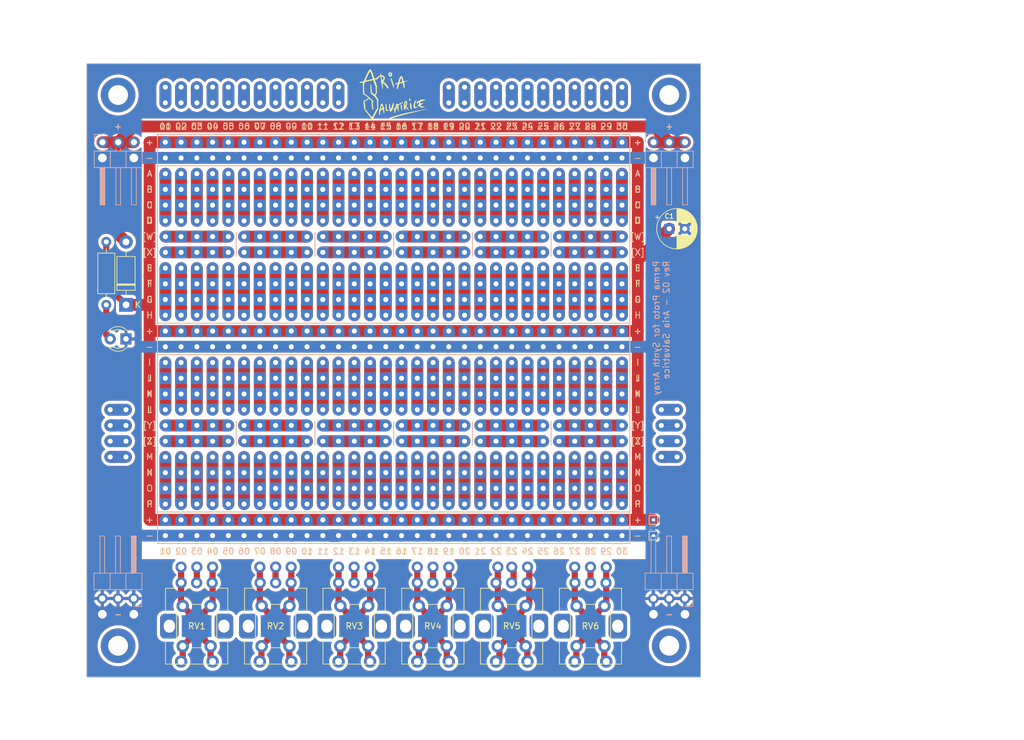
<source format=kicad_pcb>
(kicad_pcb (version 20220914) (generator pcbnew)
  (title_block (title "Perma Proto for Synth Array") (date "2022-08-27") (rev "02") (company "Aria Salvatrice"))
  (layers (0 "F.Cu" signal) (31 "B.Cu" signal) (34 "B.Paste" user) (35 "F.Paste" user) (36 "B.SilkS" user "B.Silkscreen") (37 "F.SilkS" user "F.Silkscreen") (38 "B.Mask" user) (39 "F.Mask" user) (44 "Edge.Cuts" user))
  (net 0 "")
  (net 1 "+12V")
  (net 2 "GND")
  (net 3 "unconnected-(J1-Pad1)")
  (net 4 "unconnected-(J2-Pad1)")
  (net 5 "unconnected-(J3-Pad1)")
  (net 6 "unconnected-(J4-Pad1)")
  (net 7 "unconnected-(J6-Pad1)")
  (net 8 "unconnected-(J17-Pad1)")
  (net 9 "unconnected-(J18-Pad1)")
  (net 10 "unconnected-(J19-Pad1)")
  (net 11 "unconnected-(J20-Pad1)")
  (net 12 "unconnected-(J21-Pad1)")
  (net 13 "unconnected-(J22-Pad1)")
  (net 14 "unconnected-(J23-Pad1)")
  (net 15 "unconnected-(J24-Pad1)")
  (net 16 "unconnected-(J8-Pad1)")
  (net 17 "unconnected-(J10-Pad1)")
  (net 18 "unconnected-(J25-Pad1)")
  (net 19 "unconnected-(J26-Pad1)")
  (net 20 "unconnected-(J27-Pad1)")
  (net 21 "unconnected-(J28-Pad1)")
  (net 22 "unconnected-(J29-Pad1)")
  (net 23 "unconnected-(J30-Pad1)")
  (net 24 "unconnected-(J31-Pad1)")
  (net 25 "unconnected-(J32-Pad1)")
  (net 26 "unconnected-(J33-Pad1)")
  (net 27 "unconnected-(J34-Pad1)")
  (net 28 "unconnected-(J35-Pad1)")
  (net 29 "unconnected-(J36-Pad1)")
  (net 30 "unconnected-(J37-Pad1)")
  (net 31 "unconnected-(J38-Pad1)")
  (net 32 "unconnected-(J39-Pad1)")
  (net 33 "unconnected-(J40-Pad1)")
  (net 34 "unconnected-(J41-Pad1)")
  (net 35 "unconnected-(J42-Pad1)")
  (net 36 "unconnected-(J43-Pad1)")
  (net 37 "unconnected-(J44-Pad1)")
  (net 38 "unconnected-(J45-Pad1)")
  (net 39 "unconnected-(J46-Pad1)")
  (net 40 "unconnected-(J12-Pad1)")
  (net 41 "unconnected-(J14-Pad1)")
  (net 42 "unconnected-(J55-Pad1)")
  (net 43 "unconnected-(J16-Pad1)")
  (net 44 "unconnected-(J56-Pad1)")
  (net 45 "unconnected-(J57-Pad1)")
  (net 46 "unconnected-(J58-Pad1)")
  (net 47 "unconnected-(J47-Pad1)")
  (net 48 "unconnected-(J59-Pad1)")
  (net 49 "unconnected-(J48-Pad1)")
  (net 50 "unconnected-(J60-Pad1)")
  (net 51 "unconnected-(J49-Pad1)")
  (net 52 "unconnected-(J50-Pad1)")
  (net 53 "unconnected-(J51-Pad1)")
  (net 54 "unconnected-(J63-Pad1)")
  (net 55 "unconnected-(J64-Pad1)")
  (net 56 "unconnected-(J65-Pad1)")
  (net 57 "unconnected-(J66-Pad1)")
  (net 58 "unconnected-(J67-Pad1)")
  (net 59 "unconnected-(J68-Pad1)")
  (net 60 "unconnected-(J69-Pad1)")
  (net 61 "unconnected-(J70-Pad1)")
  (net 62 "unconnected-(J71-Pad1)")
  (net 63 "unconnected-(J72-Pad1)")
  (net 64 "unconnected-(J73-Pad1)")
  (net 65 "unconnected-(J74-Pad1)")
  (net 66 "unconnected-(J75-Pad1)")
  (net 67 "unconnected-(J76-Pad1)")
  (net 68 "unconnected-(J77-Pad1)")
  (net 69 "unconnected-(J78-Pad1)")
  (net 70 "unconnected-(J79-Pad1)")
  (net 71 "unconnected-(J80-Pad1)")
  (net 72 "unconnected-(J81-Pad1)")
  (net 73 "unconnected-(J82-Pad1)")
  (net 74 "unconnected-(J83-Pad1)")
  (net 75 "unconnected-(J84-Pad1)")
  (net 76 "unconnected-(J85-Pad1)")
  (net 77 "unconnected-(J86-Pad1)")
  (net 78 "unconnected-(J87-Pad1)")
  (net 79 "unconnected-(J88-Pad1)")
  (net 80 "unconnected-(J89-Pad1)")
  (net 81 "unconnected-(J90-Pad1)")
  (net 82 "unconnected-(J91-Pad1)")
  (net 83 "unconnected-(J92-Pad1)")
  (net 84 "unconnected-(J52-Pad1)")
  (net 85 "unconnected-(J97-Pad1)")
  (net 86 "unconnected-(J98-Pad1)")
  (net 87 "unconnected-(J99-Pad1)")
  (net 88 "unconnected-(J100-Pad1)")
  (net 89 "unconnected-(J101-Pad1)")
  (net 90 "unconnected-(J102-Pad1)")
  (net 91 "unconnected-(J103-Pad1)")
  (net 92 "unconnected-(J104-Pad1)")
  (net 93 "unconnected-(J105-Pad1)")
  (net 94 "unconnected-(J106-Pad1)")
  (net 95 "unconnected-(J107-Pad1)")
  (net 96 "unconnected-(J108-Pad1)")
  (net 97 "unconnected-(J109-Pad1)")
  (net 98 "unconnected-(J110-Pad1)")
  (net 99 "unconnected-(J111-Pad1)")
  (net 100 "unconnected-(J112-Pad1)")
  (net 101 "unconnected-(J113-Pad1)")
  (net 102 "unconnected-(J114-Pad1)")
  (net 103 "unconnected-(J115-Pad1)")
  (net 104 "unconnected-(J116-Pad1)")
  (net 105 "unconnected-(J117-Pad1)")
  (net 106 "unconnected-(J118-Pad1)")
  (net 107 "unconnected-(J119-Pad1)")
  (net 108 "unconnected-(J120-Pad1)")
  (net 109 "unconnected-(J121-Pad1)")
  (net 110 "unconnected-(J122-Pad1)")
  (net 111 "unconnected-(J123-Pad1)")
  (net 112 "unconnected-(J124-Pad1)")
  (net 113 "unconnected-(J125-Pad1)")
  (net 114 "unconnected-(J126-Pad1)")
  (net 115 "unconnected-(J127-Pad1)")
  (net 116 "unconnected-(J53-Pad1)")
  (net 117 "unconnected-(J128-Pad1)")
  (net 118 "unconnected-(J129-Pad1)")
  (net 119 "unconnected-(J54-Pad1)")
  (net 120 "unconnected-(J130-Pad1)")
  (net 121 "unconnected-(J61-Pad1)")
  (net 122 "unconnected-(J131-Pad1)")
  (net 123 "unconnected-(J62-Pad1)")
  (net 124 "unconnected-(J132-Pad1)")
  (net 125 "unconnected-(J135-Pad1)")
  (net 126 "unconnected-(J93-Pad1)")
  (net 127 "unconnected-(J94-Pad1)")
  (net 128 "unconnected-(J95-Pad1)")
  (net 129 "unconnected-(J96-Pad1)")
  (net 130 "unconnected-(J118-Pad2)")
  (net 131 "unconnected-(J119-Pad2)")
  (net 132 "unconnected-(J133-Pad1)")
  (net 133 "unconnected-(J134-Pad1)")
  (net 134 "/12V_Input")
  (net 135 "Net-(D2-A)")
  (net 136 "unconnected-(J5-Pad1)")
  (net 137 "unconnected-(J7-Pad1)")
  (net 138 "unconnected-(J9-Pad1)")
  (net 139 "unconnected-(J12-Pad2)")
  (net 140 "unconnected-(J14-Pad2)")
  (net 141 "unconnected-(J40-Pad2)")
  (net 142 "unconnected-(J41-Pad2)")
  (net 143 "unconnected-(J67-Pad2)")
  (net 144 "unconnected-(J68-Pad2)")
  (net 145 "unconnected-(J92-Pad2)")
  (net 146 "unconnected-(J93-Pad2)")
  (net 147 "unconnected-(J136-Pad1)")
  (net 148 "unconnected-(J137-Pad1)")
  (net 149 "unconnected-(J138-Pad1)")
  (net 150 "unconnected-(J139-Pad1)")
  (net 151 "unconnected-(J140-Pad1)")
  (net 152 "unconnected-(J141-Pad1)")
  (net 153 "unconnected-(J142-Pad1)")
  (net 154 "unconnected-(J143-Pad1)")
  (net 155 "unconnected-(J144-Pad1)")
  (net 156 "unconnected-(J144-Pad2)")
  (net 157 "unconnected-(J145-Pad1)")
  (net 158 "unconnected-(J145-Pad2)")
  (net 159 "unconnected-(J146-Pad1)")
  (net 160 "unconnected-(J147-Pad1)")
  (net 161 "unconnected-(J148-Pad1)")
  (net 162 "unconnected-(J149-Pad1)")
  (net 163 "unconnected-(J150-Pad1)")
  (net 164 "unconnected-(J151-Pad1)")
  (net 165 "unconnected-(J152-Pad1)")
  (net 166 "unconnected-(J153-Pad1)")
  (net 167 "unconnected-(J154-Pad1)")
  (net 168 "unconnected-(J155-Pad1)")
  (net 169 "unconnected-(J156-Pad1)")
  (net 170 "unconnected-(J157-Pad1)")
  (net 171 "unconnected-(J158-Pad1)")
  (net 172 "unconnected-(J159-Pad1)")
  (net 173 "unconnected-(J160-Pad1)")
  (net 174 "unconnected-(J161-Pad1)")
  (net 175 "unconnected-(J162-Pad1)")
  (net 176 "unconnected-(J163-Pad1)")
  (net 177 "unconnected-(J164-Pad1)")
  (net 178 "unconnected-(J165-Pad1)")
  (net 179 "unconnected-(J166-Pad1)")
  (net 180 "unconnected-(J167-Pad1)")
  (net 181 "Net-(J176-Pin_1)")
  (net 182 "Net-(J177-Pin_1)")
  (net 183 "Net-(J178-Pin_1)")
  (net 184 "Net-(J179-Pin_1)")
  (net 185 "Net-(J180-Pin_1)")
  (net 186 "Net-(J181-Pin_1)")
  (net 187 "Net-(J188-Pin_1)")
  (net 188 "Net-(J189-Pin_1)")
  (net 189 "Net-(J190-Pin_1)")
  (net 190 "Net-(J199-Pin_1)")
  (net 191 "Net-(J200-Pin_1)")
  (net 192 "Net-(J201-Pin_1)")
  (net 193 "Net-(J202-Pin_1)")
  (net 194 "Net-(J203-Pin_1)")
  (net 195 "Net-(J204-Pin_1)")
  (net 196 "Net-(J211-Pin_1)")
  (net 197 "Net-(J212-Pin_1)")
  (net 198 "Net-(J213-Pin_1)")
  (footprint "Protoboard:Connectable_Pad_Group_01x04" (layer "F.Cu") (at 165.1 48.26)
    (fp_text reference "J135" hide)
    (fp_text value "Connectable_Pad_Group_01x04")
  )
  (footprint "Protoboard:Connectable_Pad_Group_01x02" (layer "F.Cu") (at 97.79 93.98 -90)
    (fp_text reference "J4" hide)
    (fp_text value "Connectable_Pad_Group_01x02")
  )
  (footprint "TestPoint:TestPoint_THTPad_1.0x1.0mm_Drill0.5mm" (layer "F.Cu") (at 182.88 104.14)
    (fp_text reference "TP1" hide)
    (fp_text value "TestPoint")
  )
  (footprint "Protoboard:Connectable_Pad_Group_02x05" (layer "F.Cu") (at 142.24 88.9)
    (fp_text reference "J93" hide)
    (fp_text value "~")
  )
  (footprint "Protoboard:Connectable_Pad_Group_01x04" (layer "F.Cu") (at 121.92 93.98)
    (fp_text reference "J51" hide)
    (fp_text value "Connectable_Pad_Group_01x04" hide)
  )
  (footprint "Protoboard:Connectable_Pad_Group_01x02" (layer "F.Cu") (at 152.4 34.29)
    (fp_text reference "J91" hide)
    (fp_text value "Connectable_Pad_Group_01x02")
  )
  (footprint "LED_THT:LED_D3.0mm" (layer "F.Cu") (at 97.79 74.93 180)
    (fp_text reference "D2" hide)
    (fp_text value "LED")
  )
  (footprint "Protoboard:Connectable_Pad_Group_01x04" (layer "F.Cu") (at 144.78 48.26)
    (fp_text reference "J94" hide)
    (fp_text value "Connectable_Pad_Group_01x04")
  )
  (footprint "Protoboard:Connectable_Pad_Group_01x04" (layer "F.Cu") (at 157.48 63.5)
    (fp_text reference "J121" hide)
    (fp_text value "Connectable_Pad_Group_01x04")
  )
  (footprint "Protoboard:Connectable_Pad_Group_01x02" (layer "F.Cu") (at 132.08 34.29)
    (fp_text reference "J73" hide)
    (fp_text value "Connectable_Pad_Group_01x02")
  )
  (footprint "Diode_THT:D_DO-41_SOD81_P10.16mm_Horizontal" (layer "F.Cu") (at 97.79 69.432818 90)
    (fp_text reference "D1" hide)
    (fp_text value "1N5817")
  )
  (footprint "Protoboard:Connectable_Pad_Group_01x04" (layer "F.Cu") (at 172.72 78.74)
    (fp_text reference "J157" hide)
    (fp_text value "Connectable_Pad_Group_01x04")
  )
  (footprint "Protoboard:Connectable_Pad_Group_01x02" (layer "F.Cu") (at 186.69 88.9 -90)
    (fp_text reference "J152" hide)
    (fp_text value "Connectable_Pad_Group_01x02")
  )
  (footprint "ao_tht:Perf_Board_Hole" (layer "F.Cu") (at 111.76 127)
    (fp_text reference "J182" hide)
    (fp_text value "Conn_01x01" hide)
  )
  (footprint "Protoboard:Connectable_Pad_Group_01x02" (layer "F.Cu") (at 97.79 88.9 -90)
    (fp_text reference "J2" hide)
    (fp_text value "Connectable_Pad_Group_01x02")
  )
  (footprint "Protoboard:Connectable_Pad_Group_01x04" (layer "F.Cu") (at 170.18 93.98)
    (fp_text reference "J150" hide)
    (fp_text value "Connectable_Pad_Group_01x04" hide)
  )
  (footprint "Protoboard:Connectable_Pad_Group_01x04" (layer "F.Cu") (at 104.14 63.5)
    (fp_text reference "J8" hide)
    (fp_text value "Connectable_Pad_Group_01x04")
  )
  (footprint "Protoboard:Connectable_Pad_Group_01x04" (layer "F.Cu") (at 175.26 93.98)
    (fp_text reference "J163" hide)
    (fp_text value "Connectable_Pad_Group_01x04")
  )
  (footprint "Protoboard:Connectable_Pad_Group_02x05" (layer "F.Cu") (at 129.54 88.9)
    (fp_text reference "J68" hide)
    (fp_text value "~")
  )
  (footprint "Protoboard:Connectable_Pad_Group_01x02" (layer "F.Cu") (at 116.84 34.29)
    (fp_text reference "J35" hide)
    (fp_text value "Connectable_Pad_Group_01x02")
  )
  (footprint "Protoboard:Connectable_Pad_Group_01x04" (layer "F.Cu") (at 149.86 63.5)
    (fp_text reference "J105" hide)
    (fp_text value "Connectable_Pad_Group_01x04" hide)
  )
  (footprint "Protoboard:Connectable_Pad_Group_01x04" (layer "F.Cu") (at 104.14 93.98)
    (fp_text reference "J10" hide)
    (fp_text value "Connectable_Pad_Group_01x04")
  )
  (footprint "Protoboard:Connectable_Pad_Group_01x02" (layer "F.Cu") (at 124.46 34.29)
    (fp_text reference "J56" hide)
    (fp_text value "Connectable_Pad_Group_01x02")
  )
  (footprint "Protoboard:Connectable_Pad_Group_01x04" (layer "F.Cu") (at 119.38 78.74)
    (fp_text reference "J45" hide)
    (fp_text value "Connectable_Pad_Group_01x04")
  )
  (footprint "Protoboard:Connectable_Pad_Group_01x04" (layer "F.Cu") (at 172.72 93.98)
    (fp_text reference "J158" hide)
    (fp_text value "Connectable_Pad_Group_01x04")
  )
  (footprint "ao_tht:Perf_Board_Hole" (layer "F.Cu") (at 132.08 127)
    (fp_text reference "J187" hide)
    (fp_text value "Conn_01x01" hide)
  )
  (footprint "Protoboard:Connectable_Pad_Group_01x04" (layer "F.Cu") (at 119.38 93.98)
    (fp_text reference "J46" hide)
    (fp_text value "Connectable_Pad_Group_01x04" hide)
  )
  (footprint "Protoboard:Connectable_Pad_Group_01x04" (layer "F.Cu") (at 129.54 93.98)
    (fp_text reference "J66" hide)
    (fp_text value "Connectable_Pad_Group_01x04" hide)
  )
  (footprint "Button_Switch_THT:SW_PUSH_6mm" (layer "F.Cu") (at 119.67 124.535 90)
    (fp_text reference "SW5" hide)
    (fp_text value "SW_Push_Dual")
  )
  (footprint "ao_tht:Perf_Board_Hole" (layer "F.Cu") (at 162.56 111.76)
    (fp_text reference "J201" hide)
    (fp_text value "Conn_01x01" hide)
  )
  (footprint "Protoboard:Connectable_Pad_Group_01x04" (layer "F.Cu") (at 111.76 93.98)
    (fp_text reference "J29" hide)
    (fp_text value "Connectable_Pad_Group_01x04")
  )
  (footprint "Protoboard:Connectable_Pad_Group_01x04" (layer "F.Cu") (at 127 63.5)
    (fp_text reference "J58" hide)
    (fp_text value "Connectable_Pad_Group_01x04")
  )
  (footprint "Protoboard:Connectable_Pad_Group_02x05" (layer "F.Cu") (at 104.14 58.42)
    (fp_text reference "J12" hide)
    (fp_text value "~")
  )
  (footprint "MountingHole:MountingHole_3.2mm_M3_DIN965_Pad" (layer "F.Cu") (at 96.52 124.46)
    (fp_text reference "REF**" hide)
    (fp_text value "MountingHole_3.2mm_M3_DIN965_Pad")
  )
  (footprint "Resistor_THT:R_Axial_DIN0207_L6.3mm_D2.5mm_P10.16mm_Horizontal" (layer "F.Cu") (at 94.615 69.432818 90)
    (fp_text reference "R1" hide)
    (fp_text value "4K7" hide)
  )
  (footprint "Protoboard:Connectable_Pad_Group_01x02" (layer "F.Cu") (at 175.26 34.29)
    (fp_text reference "J146" hide)
    (fp_text value "Connectable_Pad_Group_01x02")
  )
  (footprint "MountingHole:MountingHole_3.2mm_M3_DIN965_Pad" (layer "F.Cu") (at 185.42 35.56)
    (fp_text reference "REF**" hide)
    (fp_text value "MountingHole_3.2mm_M3_DIN965_Pad")
  )
  (footprint "Protoboard:Connectable_Pad_Group_01x02" (layer "F.Cu") (at 177.8 34.29)
    (fp_text reference "J159" hide)
    (fp_text value "Connectable_Pad_Group_01x02")
  )
  (footprint "Protoboard:Connectable_Pad_Group_01x04" (layer "F.Cu") (at 106.68 48.26)
    (fp_text reference "J17" hide)
    (fp_text value "Connectable_Pad_Group_01x04")
  )
  (footprint "Protoboard:Connectable_Pad_Group_01x04" (layer "F.Cu") (at 162.56 78.74)
    (fp_text reference "J132" hide)
    (fp_text value "Connectable_Pad_Group_01x04")
  )
  (footprint "Protoboard:Connectable_Pad_Group_01x04" (layer "F.Cu") (at 137.16 48.26)
    (fp_text reference "J78" hide)
    (fp_text value "Connectable_Pad_Group_01x04")
  )
  (footprint "Protoboard:Connectable_Pad_Group_01x04" (layer "F.Cu") (at 137.16 63.5)
    (fp_text reference "J79" hide)
    (fp_text value "Connectable_Pad_Group_01x04" hide)
  )
  (footprint "Protoboard:Connectable_Pad_Group_02x05" (layer "F.Cu") (at 154.94 88.9)
    (fp_text reference "J119" hide)
    (fp_text value "~")
  )
  (footprint "Protoboard:Connectable_Pad_Group_01x04" (layer "F.Cu") (at 124.46 48.26)
    (fp_text reference "J52" hide)
    (fp_text value "Connectable_Pad_Group_01x04")
  )
  (footprint "Protoboard:Connectable_Pad_Group_01x04" (layer "F.Cu") (at 167.64 78.74)
    (fp_text reference "J142" hide)
    (fp_text value "Connectable_Pad_Group_01x04")
  )
  (footprint "Protoboard:Connectable_Pad_Group_01x04" (layer "F.Cu") (at 111.76 48.26)
    (fp_text reference "J26" hide)
    (fp_text value "Connectable_Pad_Group_01x04")
  )
  (footprint "TestPoint:TestPoint_THTPad_1.0x1.0mm_Drill0.5mm" (layer "F.Cu") (at 182.88 106.68)
    (fp_text reference "TP2" hide)
    (fp_text value "TestPoint")
  )
  (footprint "Protoboard:Connectable_Pad_Group_01x04" (layer "F.Cu") (at 119.38 63.5)
    (fp_text reference "J44" hide)
    (fp_text value "Connectable_Pad_Group_01x04")
  )
  (footprint "Protoboard:Connectable_Pad_Group_01x04" (layer "F.Cu") (at 149.86 93.98)
    (fp_text reference "J107" hide)
    (fp_text value "Connectable_Pad_Group_01x04")
  )
  (footprint "Protoboard:Connectable_Pad_Group_01x04" (layer "F.Cu") (at 177.8 48.26)
    (fp_text reference "J164" hide)
    (fp_text value "Connectable_Pad_Group_01x04")
  )
  (footprint "Protoboard:Connectable_Pad_Group_01x04" (layer "F.Cu") (at 116.84 93.98)
    (fp_text reference "J39" hide)
    (fp_text value "Connectable_Pad_Group_01x04")
  )
  (footprint "Protoboard:Connectable_Pad_Group_01x02" (layer "F.Cu") (at 111.76 34.29)
    (fp_text reference "J25" hide)
    (fp_text value "Connectable_Pad_Group_01x02")
  )
  (footprint "ao_tht:Perf_Board_Hole" (layer "F.Cu") (at 109.22 111.76)
    (fp_text reference "J188" hide)
    (fp_text value "Conn_01x01" hide)
  )
  (footprint "Protoboard:Connectable_Pad_Group_01x04" (layer "F.Cu") (at 154.94 63.5)
    (fp_text reference "J115" hide)
    (fp_text value "Connectable_Pad_Group_01x04" hide)
  )
  (footprint "Protoboard:Connectable_Pad_Group_01x02" (layer "F.Cu") (at 170.18 34.29)
    (fp_text reference "J134" hide)
    (fp_text value "Connectable_Pad_Group_01x02")
  )
  (footprint "ao_tht:Perf_Board_Hole" (layer "F.Cu") (at 124.43 111.76)
    (fp_text reference "J178" hide)
    (fp_text value "Conn_01x01" hide)
  )
  (footprint "Protoboard:Connectable_Pad_Group_01x04" (layer "F.Cu") (at 119.38 48.26)
    (fp_text reference "J43" hide)
    (fp_text value "Connectable_Pad_Group_01x04")
  )
  (footprint "Protoboard:Connectable_Pad_Group_01x02" (layer "F.Cu") (at 97.79 86.36 -90)
    (fp_text reference "J1" hide)
    (fp_text value "Connectable_Pad_Group_01x02")
  )
  (footprint "Protoboard:Connectable_Pad_Group_01x04" (layer "F.Cu") (at 167.64 48.26)
    (fp_text reference "J140" hide)
    (fp_text value "Connectable_Pad_Group_01x04")
  )
  (footprint "Protoboard:Power_Rail_30" (layer "F.Cu") (at 104.14 104.14)
    (fp_text reference "J15" hide)
    (fp_text value "Power_Rail_30")
  )
  (footprint "Button_Switch_THT:SW_PUSH_6mm" (layer "F.Cu") (at 170.47 124.535 90)
    (fp_text reference "SW12" hide)
    (fp_text value "SW_Push_Dual")
  )
  (footprint "Protoboard:Connectable_Pad_Group_01x04" (layer "F.Cu") (at 116.84 63.5)
    (fp_text reference "J37" hide)
    (fp_text value "Connectable_Pad_Group_01x04")
  )
  (footprint "Protoboard:Connectable_Pad_Group_01x04" (layer "F.Cu") (at 149.86 48.26)
    (fp_text reference "J104" hide)
    (fp_text value "Connectable_Pad_Group_01x04")
  )
  (footprint "Protoboard:Connectable_Pad_Group_01x04" (layer "F.Cu") (at 154.94 48.26)
    (fp_text reference "J114" hide)
    (fp_text value "Connectable_Pad_Group_01x04")
  )
  (footprint "ao_tht:Perf_Board_Hole" (layer "F.Cu") (at 160.02 111.76)
    (fp_text reference "J212" hide)
    (fp_text value "Conn_01x01" hide)
  )
  (footprint "Potentiometer_THT:Potentiometer_Alps_RK09K_Single_Vertical" (layer "F.Cu") (at 111.69 114.3 -90)
    (fp_text reference "RV1")
    (fp_text value "R_Potentiometer_MountingPin")
  )
  (footprint "Potentiometer_THT:Potentiometer_Alps_RK09K_Single_Vertical" (layer "F.Cu") (at 149.79 114.3 -90)
    (fp_text reference "RV4")
    (fp_text value "R_Potentiometer_MountingPin")
  )
  (footprint "Protoboard:Connectable_Pad_Group_01x04" (layer "F.Cu") (at 116.84 78.74)
    (fp_text reference "J38" hide)
    (fp_text value "Connectable_Pad_Group_01x04")
  )
  (footprint "ao_tht:Perf_Board_Hole" (layer "F.Cu") (at 134.59 111.76)
    (fp_text reference "J190" hide)
    (fp_text value "Conn_01x01" hide)
  )
  (footprint "Protoboard:Connectable_Pad_Group_01x04" (layer "F.Cu") (at 124.46 93.98)
    (fp_text reference "J55" hide)
    (fp_text value "Connectable_Pad_Group_01x04" hide)
  )
  (footprint "ao_tht:Perf_Board_Hole" (layer "F.Cu") (at 111.76 111.76)
    (fp_text reference "J176" hide)
    (fp_text value "Conn_01x01" hide)
  )
  (footprint "Protoboard:Connectable_Pad_Group_01x04" (layer "F.Cu") (at 139.7 48.26)
    (fp_text reference "J82" hide)
    (fp_text value "Connectable_Pad_Group_01x04")
  )
  (footprint "Protoboard:Connectable_Pad_Group_01x04" (layer "F.Cu") (at 162.56 93.98)
    (fp_text reference "J133" hide)
    (fp_text value "Connectable_Pad_Group_01x04")
  )
  (footprint "Protoboard:Connectable_Pad_Group_01x04" (layer "F.Cu") (at 144.78 78.74)
    (fp_text reference "J96" hide)
    (fp_text value "Connectable_Pad_Group_01x04")
  )
  (footprint "Protoboard:Connectable_Pad_Group_01x04" (layer "F.Cu") (at 111.76 63.5)
    (fp_text reference "J27" hide)
    (fp_text value "Connectable_Pad_Group_01x04")
  )
  (footprint "Protoboard:Connectable_Pad_Group_01x04" (layer "F.Cu") (at 147.32 93.98)
    (fp_text reference "J102" hide)
    (fp_text value "Connectable_Pad_Group_01x04")
  )
  (footprint "ao_tht:Perf_Board_Hole" (layer "F.Cu") (at 157.77 111.76)
    (fp_text reference "J202" hide)
    (fp_text value "Conn_01x01" hide)
  )
  (footprint "Protoboard:Connectable_Pad_Group_01x04" (layer "F.Cu") (at 160.02 93.98)
    (fp_text reference "J128" hide)
    (fp_text value "Connectable_Pad_Group_01x04")
  )
  (footprint "ao_tht:Perf_Board_Hole" (layer "F.Cu") (at 175.26 127)
    (fp_text reference "J209" hide)
    (fp_text value "Conn_01x01" hide)
  )
  (footprint "Protoboard:Connectable_Pad_Group_01x04" (layer "F.Cu") (at 162.56 48.26)
    (fp_text reference "J130" hide)
    (fp_text value "Connectable_Pad_Group_01x04")
  )
  (footprint "Protoboard:Connectable_Pad_Group_02x05" (layer "F.Cu") (at 167.64 88.9)
    (fp_text reference "J145" hide)
    (fp_text value "~")
  )
  (footprint "Protoboard:Connectable_Pad_Group_01x02" (layer "F.Cu") (at 157.48 34.29)
    (fp_text reference "J103" hide)
    (fp_text value "Connectable_Pad_Group_01x02")
  )
  (footprint "Potentiometer_THT:Potentiometer_Alps_RK09K_Single_Vertical" (layer "F.Cu") (at 175.22 114.3 -90)
    (fp_text reference "RV6")
    (fp_text value "R_Potentiometer_MountingPin")
  )
  (footprint "Protoboard:Connectable_Pad_Group_01x02" (layer "F.Cu") (at 129.54 34.29)
    (fp_text reference "J62" hide)
    (fp_text value "Connectable_Pad_Group_01x02")
  )
  (footprint "Potentiometer_THT:Potentiometer_Alps_RK09K_Single_Vertical" (layer "F.Cu") (at 124.43 114.3 -90)
    (fp_text reference "RV2")
    (fp_text value "R_Potentiometer_MountingPin")
  )
  (footprint "Protoboard:Connectable_Pad_Group_01x04" (layer "F.Cu") (at 175.26 63.5)
    (fp_text reference "J161" hide)
    (fp_text value "Connectable_Pad_Group_01x04")
  )
  (footprint "Protoboard:Connectable_Pad_Group_01x04" (layer "F.Cu") (at 165.1 63.5)
    (fp_text reference "J136" hide)
    (fp_text value "Connectable_Pad_Group_01x04" hide)
  )
  (footprint "Protoboard:Power_Rail_30" (layer "F.Cu") (at 104.14 73.66)
    (fp_text reference "J13" hide)
    (fp_text value "Power_Rail_30")
  )
  (footprint "Protoboard:Connectable_Pad_Group_01x04" (layer "F.Cu") (at 121.92 78.74)
    (fp_text reference "J50" hide)
    (fp_text value "Connectable_Pad_Group_01x04")
  )
  (footprint "Protoboard:Connectable_Pad_Group_01x04" (layer "F.Cu") (at 109.22 93.98)
    (fp_text reference "J24" hide)
    (fp_text value "Connectable_Pad_Group_01x04")
  )
  (footprint "Protoboard:Connectable_Pad_Group_01x04" (layer "F.Cu") (at 137.16 78.74)
    (fp_text reference "J80" hide)
    (fp_text value "Connectable_Pad_Group_01x04")
  )
  (footprint "ao_tht:Perf_Board_Hole" (layer "F.Cu") (at 170.18 111.76)
    (fp_text reference "J204" hide)
    (fp_text value "Conn_01x01" hide)
  )
  (footprint "Protoboard:Connectable_Pad_Group_01x04" (layer "F.Cu") (at 114.3 78.74)
    (fp_text reference "J33" hide)
    (fp_text value "Connectable_Pad_Group_01x04")
  )
  (footprint "ao_tht:Perf_Board_Hole" (layer "F.Cu") (at 157.48 127)
    (fp_text reference "J208" hide)
    (fp_text value "Conn_01x01" hide)
  )
  (footprint "Protoboard:Connectable_Pad_Group_01x04" (layer "F.Cu") (at 157.48 78.74)
    (fp_text reference "J122" hide)
    (fp_text value "Connectable_Pad_Group_01x04")
  )
  (footprint "ao_tht:Perf_Board_Hole" (layer "F.Cu") (at 149.86 111.76)
    (fp_text reference "J199" hide)
    (fp_text value "Conn_01x01" hide)
  )
  (footprint "Protoboard:Connectable_Pad_Group_01x04" (layer "F.Cu") (at 167.64 93.98)
    (fp_text reference "J143" hide)
    (fp_text value "Connectable_Pad_Group_01x04" hide)
  )
  (footprint "Protoboard:Connectable_Pad_Group_01x02" (layer "F.Cu") (at 97.79 91.44 -90)
    (fp_text reference "J3" hide)
    (fp_text value "Connectable_Pad_Group_01x02")
  )
  (footprint "Protoboard:Connectable_Pad_Group_01x04" (layer "F.Cu") (at 160.02 78.74)
    (fp_text reference "J127" hide)
    (fp_text value "Connectable_Pad_Group_01x04")
  )
  (footprint "Protoboard:Connectable_Pad_Group_01x04" (layer "F.Cu") (at 104.14 48.26)
    (fp_text reference "J7" hide)
    (fp_text value "Connectable_Pad_Group_01x04")
  )
  (footprint "Protoboard:Connectable_Pad_Group_01x02" (layer "F.Cu") (at 149.86 34.29)
    (fp_text reference "J86" hide)
    (fp_text value "Connectable_Pad_Group_01x02")
  )
  (footprint "Protoboard:Connectable_Pad_Group_01x04" (layer "F.Cu") (at 109.22 48.26)
    (fp_text reference "J21" hide)
    (fp_text value "Connectable_Pad_Group_01x04")
  )
  (footprint "ao_tht:Perf_Board_Hole" (layer "F.Cu") (at 137.16 111.76)
    (fp_text reference "J180" hide)
    (fp_text value "Conn_01x01" hide)
  )
  (footprint "Protoboard:Connectable_Pad_Group_01x04" (layer "F.Cu") (at 121.92 63.5)
    (fp_text reference "J49" hide)
    (fp_text value "Connectable_Pad_Group_01x04")
  )
  (footprint "Protoboard:Connectable_Pad_Group_01x04" (layer "F.Cu") (at 160.02 63.5)
    (fp_text reference "J126" hide)
    (fp_text value "Connectable_Pad_Group_01x04")
  )
  (footprint "Protoboard:Connectable_Pad_Group_01x04" (layer "F.Cu") (at 175.26 48.26)
    (fp_text reference "J160" hide)
    (fp_text value "Connectable_Pad_Group_01x04" hide)
  )
  (footprint "Protoboard:Connectable_Pad_Group_01x04" (layer "F.Cu") (at 144.78 63.5)
    (fp_text reference "J95" hide)
    (fp_text value "Connectable_Pad_Group_01x04" hide)
  )
  (footprint "Protoboard:Power_Rail_30" (layer "F.Cu") (at 104.14 43.18)
    (fp_text reference "J11" hide)
    (fp_text value "Power_Rail_30")
  )
  (footprint "Protoboard:Connectable_Pad_Group_01x04" (layer "F.Cu") (at 132.08 93.98)
    (fp_text reference "J72" hide)
    (fp_text value "Connectable_Pad_Group_01x04" hide)
  )
  (footprint "Protoboard:Connectable_Pad_Group_01x02" (layer "F.Cu") (at 165.1 34.29)
    (fp_text reference "J124" hide)
    (fp_text value "Connectable_Pad_Group_01x02")
  )
  (footprint "Protoboard:Connectable_Pad_Group_01x04" (layer "F.Cu") (at 162.56 63.5)
    (fp_text reference "J131" hide)
    (fp_text value "Connectable_Pad_Group_01x04" hide)
  )
  (footprint "Protoboard:Connectable_Pad_Group_01x04" (layer "F.Cu") (at 132.08 63.5)
    (fp_text reference "J70" hide)
    (fp_text value "Connectable_Pad_Group_01x04")
  )
  (footprint "Protoboard:Connectable_Pad_Group_01x04" (layer "F.Cu") (at 147.32 78.74)
    (fp_text reference "J101" hide)
    (fp_text value "Connectable_Pad_Group_01x04")
  )
  (footprint "Protoboard:Connectable_Pad_Group_01x04" (layer "F.Cu") (at 175.26 78.74)
    (fp_text reference "J162" hide)
    (fp_text value "Connectable_Pad_Group_01x04")
  )
  (footprint "Button_Switch_THT:SW_PUSH_6mm" (layer "F.Cu") (at 132.37 124.535 90)
    (fp_text reference "SW6" hide)
    (fp_text value "SW_Push_Dual")
  )
  (footprint "ao_tht:Perf_Board_Hole" (layer "F.Cu") (at 119.38 127)
    (fp_text reference "J185" hide)
    (fp_text value "Conn_01x01" hide)
  )
  (footprint "Protoboard:Connectable_Pad_Group_01x04" (layer "F.Cu") (at 154.94 93.98)
    (fp_text reference "J117" hide)
    (fp_text value "Connectable_Pad_Group_01x04")
  )
  (footprint "LOGO" (layer "F.Cu") (at 140.97 35.56)
    (fp_text reference "G***" hide)
    (fp_text value "LOGO" hide)
  )
  (footprint "Protoboard:Connectable_Pad_Group_01x04" (layer "F.Cu") (at 127 78.74)
    (fp_text reference "J59" hide)
    (fp_text value "Connectable_Pad_Group_01x04")
  )
  (footprint "Protoboard:Connectable_Pad_Group_01x04" (layer "F.Cu") (at 109.22 78.74)
    (fp_text reference "J23" hide)
    (fp_text value "Connectable_Pad_Group_01x04")
  )
  (footprint "Protoboard:Connectable_Pad_Group_01x04" (layer "F.Cu") (at 129.54 48.26)
    (fp_text reference "J63" hide)
    (fp_text value "Connectable_Pad_Group_01x04")
  )
  (footprint "Button_Switch_THT:SW_PUSH_6mm" (layer "F.Cu") (at 157.77 124.535 90)
    (fp_text reference "SW11" hide)
    (fp_text value "SW_Push_Dual")
  )
  (footprint "ao_tht:Perf_Board_Hole" (layer "F.Cu") (at 144.78 127)
    (fp_text reference "J206" hide)
    (fp_text value "Conn_01x01" hide)
  )
  (footprint "Protoboard:Connectable_Pad_Group_01x04" (layer "F.Cu") (at 124.46 63.5)
    (fp_text reference "J53" hide)
    (fp_text value "Connectable_Pad_Group_01x04")
  )
  (footprint "Protoboard:Connectable_Pad_Group_02x05" (layer "F.Cu") (at 104.14 88.9)
    (fp_text reference "J14" hide)
    (fp_text value "~")
  )
  (footprint "ao_tht:Perf_Board_Hole" (layer "F.Cu") (at 175.26 111.76)
    (fp_text reference "J203" hide)
    (fp_text value "Conn_01x01" hide)
  )
  (footprint "Protoboard:Connectable_Pad_Group_01x04" (layer "F.Cu") (at 152.4 63.5)
    (fp_text reference "J109" hide)
    (fp_text value "Connectable_Pad_Group_01x04" hide)
  )
  (footprint "ao_tht:Perf_Board_Hole" (layer "F.Cu") (at 172.72 111.76)
    (fp_text reference "J213" hide)
    (fp_text value "Conn_01x01" hide)
  )
  (footprint "ao_tht:Perf_Board_Hole" (layer "F.Cu") (at 124.46 127)
    (fp_text reference "J184" hide)
    (fp_text value "Conn_01x01" hide)
  )
  (footprint "Protoboard:Connectable_Pad_Group_01x02" (layer "F.Cu") (at 186.69 86.36 -90)
    (fp_text reference "J151" hide)
    (fp_text value "Connectable_Pad_Group_01x02")
  )
  (footprint "Protoboard:Connectable_Pad_Group_01x04" (layer "F.Cu") (at 157.48 48.26)
    (fp_text reference "J120" hide)
    (fp_text value "Connectable_Pad_Group_01x04")
  )
  (footprint "Protoboard:Connectable_Pad_Group_01x04" (layer "F.Cu") (at 147.32 63.5)
    (fp_text reference "J100" hide)
    (fp_text value "Connectable_Pad_Group_01x04" hide)
  )
  (footprint "Protoboard:Connectable_Pad_Group_01x04" (layer "F.Cu") (at 124.46 78.74)
    (fp_text reference "J54" hide)
    (fp_text value "Connectable_Pad_Group_01x04")
  )
  (footprint "ao_tht:Perf_Board_Hole" (layer "F.Cu") (at 144.78 111.76)
    (fp_text reference "J200" hide)
    (fp_text value "Conn_01x01" hide)
  )
  (footprint "Protoboard:Connectable_Pad_Group_01x04" (layer "F.Cu") (at 134.62 63.5)
    (fp_text reference "J75" hide)
    (fp_text value "Connectable_Pad_Group_01x04" hide)
  )
  (footprint "Protoboard:Connectable_Pad_Group_01x04" (layer "F.Cu") (at 132.08 78.74)
    (fp_text reference "J71" hide)
    (fp_text value "Connectable_Pad_Group_01x04")
  )
  (footprint "Protoboard:Connectable_Pad_Group_01x04" (layer "F.Cu") (at 127 93.98)
    (fp_text reference "J60" hide)
    (fp_text value "Connectable_Pad_Group_01x04" hide)
  )
  (footprint "ao_tht:Perf_Board_Hole" (layer "F.Cu") (at 106.68 111.76)
    (fp_text reference "J177" hide)
    (fp_text value "Conn_01x01" hide)
  )
  (footprint "Protoboard:Connectable_Pad_Group_01x04" (layer "F.Cu") (at 152.4 93.98)
    (fp_text reference "J111" hide)
    (fp_text value "Connectable_Pad_Group_01x04")
  )
  (footprint "Protoboard:Connectable_Pad_Group_01x04" (layer "F.Cu") (at 109.22 63.5)
    (fp_text reference "J22" hide)
    (fp_text value "Connectable_Pad_Group_01x04")
  )
  (footprint "Protoboard:Connectable_Pad_Group_01x04" (layer "F.Cu") (at 165.1 78.74)
    (fp_text reference "J137" hide)
    (fp_text value "Connectable_Pad_Group_01x04")
  )
  (footprint "Protoboard:Connectable_Pad_Group_01x04" (layer "F.Cu") (at 172.72 63.5)
    (fp_text reference "J156" hide)
    (fp_text value "Connectable_Pad_Group_01x04")
  )
  (footprint "Protoboard:Connectable_Pad_Group_01x02" (layer "F.Cu") (at 114.3 34.29)
    (fp_text reference "J30" hide)
    (fp_text value "Connectable_Pad_Group_01x02")
  )
  (footprint "Protoboard:Connectable_Pad_Group_01x04" (layer "F.Cu") (at 142.24 63.5)
    (fp_text reference "J88" hide)
    (fp_text value "Connectable_Pad_Group_01x04" hide)
  )
  (footprint "Protoboard:Connectable_Pad_Group_01x02" (layer "F.Cu") (at 186.69 93.98 -90)
    (fp_text reference "J154" hide)
    (fp_text value "Connectable_Pad_Group_01x02")
  )
  (footprint "Protoboard:Connectable_Pad_Group_02x05" (layer "F.Cu") (at 167.64 58.42)
    (fp_text reference "J144" hide)
    (fp_text value "~")
  )
  (footprint "Protoboard:Connectable_Pad_Group_01x04" (layer "F.Cu") (at 149.86 78.74)
    (fp_text reference "J106" hide)
    (fp_text value "Connectable_Pad_Group_01x04")
  )
  (footprint "Protoboard:Connectable_Pad_Group_01x04" (layer "F.Cu") (at 121.92 48.26)
    (fp_text reference "J48" hide)
    (fp_text value "Connectable_Pad_Group_01x04")
  )
  (footprint "Protoboard:Connectable_Pad_Group_01x04" (layer "F.Cu") (at 139.7 93.98)
    (fp_text reference "J85" hide)
    (fp_text value "Connectable_Pad_Group_01x04" hide)
  )
  (footprint "Potentiometer_THT:Potentiometer_Alps_RK09K_Single_Vertical" (layer "F.Cu") (at 137.09 114.3 -90)
    (fp_text reference "RV3")
    (fp_text value "R_Potentiometer_MountingPin")
  )
  (footprint "Protoboard:Connectable_Pad_Group_01x02" (layer "F.Cu") (at 106.68 34.29)
    (fp_text reference "J6" hide)
    (fp_text value "Connectable_Pad_Group_01x02")
  )
  (footprint "Protoboard:Connectable_Pad_Group_01x04" (layer "F.Cu") (at 165.1 93.98)
    (fp_text reference "J138" hide)
    (fp_text value "Connectable_Pad_Group_01x04" hide)
  )
  (footprint "Protoboard:Connectable_Pad_Group_01x02" (layer "F.Cu") (at 119.38 34.29)
    (fp_text reference "J42" hide)
    (fp_text value "Connectable_Pad_Group_01x02")
  )
  (footprint "Protoboard:Connectable_Pad_Group_01x04" (layer "F.Cu") (at 177.8 78.74)
    (fp_text reference "J166" hide)
    (fp_text value "Connectable_Pad_Group_01x04")
  )
  (footprint "Protoboard:Connectable_Pad_Group_01x04" (layer "F.Cu") (at 106.68 78.74)
    (fp_text reference "J19" hide)
    (fp_text value "Connectable_Pad_Group_01x04")
  )
  (footprint "Protoboard:Connectable_Pad_Group_01x04" (layer "F.Cu") (at 142.24 48.26)
    (fp_text reference "J87" hide)
    (fp_text value "Connectable_Pad_Group_01x04")
  )
  (footprint "Protoboard:Connectable_Pad_Group_01x04" (layer "F.Cu") (at 114.3 63.5)
    (fp_text reference "J32" hide)
    (fp_text value "Connectable_Pad_Group_01x04")
  )
  (footprint "Protoboard:Connectable_Pad_Group_01x04" (layer "F.Cu") (at 154.94 78.74)
    (fp_text reference "J116" hide)
    (fp_text value "Connectable_Pad_Group_01x04")
  )
  (footprint "Protoboard:Connectable_Pad_Group_01x04" (layer "F.Cu") (at 129.54 63.5)
    (fp_text reference "J64" hide)
    (fp_text value "Connectable_Pad_Group_01x04")
  )
  (footprint "Protoboard:Connectable_Pad_Group_01x04" (layer "F.Cu") (at 111.76 78.74)
    (fp_text reference "J28" hide)
    (fp_text value "Connectable_Pad_Group_01x04")
  )
  (footprint "Protoboard:Connectable_Pad_Group_01x04" (layer "F.Cu") (at 144.78 93.98)
    (fp_text reference "J97" hide)
    (fp_text value "Connectable_Pad_Group_01x04" hide)
  )
  (footprint "Protoboard:Connectable_Pad_Group_01x04" (layer "F.Cu") (at 152.4 78.74)
    (fp_text reference "J110" hide)
    (fp_text value "Connectable_Pad_Group_01x04")
  )
  (footprint "Protoboard:Connectable_Pad_Group_01x04" (layer "F.Cu") (at 134.62 78.74)
    (fp_text reference "J76" hide)
    (fp_text value "Connectable_Pad_Group_01x04")
  )
  (footprint "Protoboard:Connectable_Pad_Group_01x04" (layer "F.Cu") (at 177.8 93.98)
    (fp_text reference "J167" hide)
    (fp_text value "Connectable_Pad_Group_01x04")
  )
  (footprint "Protoboard:Connectable_Pad_Group_01x02" (layer "F.Cu") (at 186.69 91.44 -90)
    (fp_text reference "J153" hide)
    (fp_text value "Connectable_Pad_Group_01x02")
  )
  (footprint "Protoboard:Connectable_Pad_Group_01x04" (layer "F.Cu") (at 172.72 48.26)
    (fp_text reference "J155" hide)
    (fp_text value "Connectable_Pad_Group_01x04" hide)
  )
  (footprint "Button_Switch_THT:SW_PUSH_6mm" (layer "F.Cu") (at 106.94 124.535 90)
    (fp_text reference "SW4" hide)
    (fp_text value "SW_Push_Dual")
  )
  (footprint "Protoboard:Connectable_Pad_Group_01x02" (layer "F.Cu") (at 104.14 34.29)
    (fp_text reference "J5" hide)
    (fp_text value "Connectable_Pad_Group_01x02")
  )
  (footprint "Protoboard:Connectable_Pad_Group_01x04" (layer "F.Cu") (at 160.02 48.26)
    (fp_text reference "J125" hide)
    (fp_text value "Connectable_Pad_Group_01x04")
  )
  (footprint "Protoboard:Connectable_Pad_Group_01x04" (layer "F.Cu") (at 134.62 93.98)
    (fp_text reference "J77" hide)
    (fp_text value "Connectable_Pad_Group_01x04" hide)
  )
  (footprint "Protoboard:Connectable_Pad_Group_01x04" (layer "F.Cu") (at 170.18 63.5)
    (fp_text reference "J148" hide)
    (fp_text value "Connectable_Pad_Group_01x04" hide)
  )
  (footprint "Potentiometer_THT:Potentiometer_Alps_RK09K_Single_Vertical" (layer "F.Cu") (at 162.49 114.3 -90)
    (fp_text reference "RV5")
    (fp_text value "R_Potentiometer_MountingPin")
  )
  (footprint "MountingHole:MountingHole_3.2mm_M3_DIN965_Pad" (layer "F.Cu") (at 185.42 124.46)
    (fp_text reference "REF**" hide)
    (fp_text value "MountingHole_3.2mm_M3_DIN965_Pad")
  )
  (footprint "Protoboard:Connectable_Pad_Group_01x04" (layer "F.Cu") (at 104.14 78.74)
    (fp_text reference "J9" hide)
    (fp_text value "Connectable_Pad_Group_01x04")
  )
  (footprint "Protoboard:Connectable_Pad_Group_01x04" (layer "F.Cu") (at 139.7 63.5)
    (fp_text reference "J83" hide)
    (fp_text value "Connectable_Pad_Group_01x04" hide)
  )
  (footprint "Protoboard:Connectable_Pad_Group_01x04" (layer "F.Cu") (at 139.7 78.74)
    (fp_text reference "J84" hide)
    (fp_text value "Connectable_Pad_Group_01x04")
  )
  (footprint "Protoboard:Connectable_Pad_Group_01x04" (layer "F.Cu") (at 147.32 48.26)
    (fp_text reference "J99" hide)
    (fp_text value "Connectable_Pad_Group_01x04")
  )
  (footprint "Protoboard:Connectable_Pad_Group_01x02" (layer "F.Cu") (at 172.72 34.29)
    (fp_text reference "J139" hide)
    (fp_text value "Connectable_Pad_Group_01x02")
  )
  (footprint "Protoboard:Connectable_Pad_Group_02x05" (layer "F.Cu") (at 116.84 88.9)
    (fp_text reference "J41" hide)
    (fp_text value "~")
  )
  (footprint "ao_tht:Perf_Board_Hole" (layer "F.Cu") (at 170.18 127)
    (fp_text reference "J210" hide)
    (fp_text value "Conn_01x01" hide)
  )
  (footprint "ao_tht:Perf_Board_Hole" (layer "F.Cu") (at 162.56 127)
    (fp_text reference "J207" hide)
    (fp_text value "Conn_01x01" hide)
  )
  (footprint "ao_tht:CP_Radial_D6.3mm_P2.50mm" (layer "F.Cu") (at 185.42 57.15)
    (fp_text reference "C1")
    (fp_text value "CP")
  )
  (footprint "Protoboard:Connectable_Pad_Group_02x05" (layer "F.Cu") (at 116.84 58.42)
    (fp_text reference "J40" hide)
    (fp_text value "~")
  )
  (footprint "ao_tht:Perf_Board_Hole" (layer "F.Cu") (at 147.32 111.76)
    (fp_text reference "J211" hide)
    (fp_text value "Conn_01x01" hide)
  )
  (footprint "Protoboard:Connectable_Pad_Group_01x02" (layer "F.Cu") (at 160.02 34.29)
    (fp_text reference "J112" hide)
    (fp_text value "Connectable_Pad_Group_01x02")
  )
  (footprint "Protoboard:Connectable_Pad_Group_01x04" (layer "F.Cu") (at 177.8 63.5)
    (fp_text reference "J165" hide)
    (fp_text value "Connectable_Pad_Group_01x04")
  )
  (footprint "ao_tht:Perf_Board_Hole" (layer "F.Cu") (at 137.16 127)
    (fp_text reference "J186" hide)
    (fp_text value "Conn_01x01" hide)
  )
  (footprint "Protoboard:Connectable_Pad_Group_01x04" (layer "F.Cu") (at 152.4 48.26)
    (fp_text reference "J108" hide)
    (fp_text value "Connectable_Pad_Group_01x04")
  )
  (footprint "Protoboard:Connectable_Pad_Group_01x04" (layer "F.Cu") (at 167.64 63.5)
    (fp_text reference "J141" hide)
    (fp_text value "Connectable_Pad_Group_01x04" hide)
  )
  (footprint "Protoboard:Connectable_Pad_Group_01x04" (layer "F.Cu") (at 106.68 93.98)
    (fp_text reference "J20" hide)
    (fp_text value "Connectable_Pad_Group_01x04")
  )
  (footprint "Protoboard:Connectable_Pad_Group_01x04" (layer "F.Cu") (at 157.48 93.98)
    (fp_text reference "J123" hide)
    (fp_text value "Connectable_Pad_Group_01x04")
  )
  (footprint "Protoboard:Connectable_Pad_Group_01x02" (layer "F.Cu") (at 121.92 34.29)
    (fp_text reference "J47" hide)
    (fp_text value "Connectable_Pad_Group_01x02")
  )
  (footprint "Protoboard:Connectable_Pad_Group_01x04" (layer "F.Cu") (at 142.24 78.74)
    (fp_text reference "J89" hide)
    (fp_text value "Connectable_Pad_Group_01x04")
  )
  (footprint "Protoboard:Connectable_Pad_Group_01x04" (layer "F.Cu") (at 114.3 48.26)
    (fp_text reference "J31" hide)
    (fp_text value "Connectable_Pad_Group_01x04")
  )
  (footprint "ao_tht:Perf_Board_Hole" (layer "F.Cu") (at 132.08 111.76)
    (fp_text reference "J181" hide)
    (fp_text value "Conn_01x01" hide)
  )
  (footprint "Protoboard:Connectable_Pad_Group_01x04" (layer "F.Cu") (at 129.54 78.74)
    (fp_text reference "J65" hide)
    (fp_text value "Connectable_Pad_Group_01x04")
  )
  (footprint "Protoboard:Connectable_Pad_Group_02x05" (layer "F.Cu") (at 154.94 58.42)
    (fp_text reference "J118" hide)
    (fp_text value "~")
  )
  (footprint "Protoboard:Connectable_Pad_Group_01x02" (layer "F.Cu") (at 162.56 34.29)
    (fp_text reference "J113" hide)
    (fp_text value "Connectable_Pad_Group_01x02")
  )
  (footprint "Protoboard:Connectable_Pad_Group_01x04" (layer "F.Cu") (at 137.16 93.98)
    (fp_text reference "J81" hide)
    (fp_text value "Connectable_Pad_Group_01x04" hide)
  )
  (footprint "Protoboard:Connectable_Pad_Group_01x02" (layer "F.Cu") (at 154.94 34.29)
    (fp_text reference "J98" hide)
    (fp_text value "Connectable_Pad_Group_01x02")
  )
  (footprint "Protoboard:Connectable_Pad_Group_01x02" (layer "F.Cu") (at 109.22 34.29)
    (fp_text reference "J16" hide)
    (fp_text value "Connectable_Pad_Group_01x02")
  )
  (footprint "Protoboard:Connectable_Pad_Group_01x04" (layer "F.Cu") (at 116.84 48.26)
    (fp_text reference "J36" hide)
    (fp_text value "Connectable_Pad_Group_01x04")
  )
  (footprint "Protoboard:Connectable_Pad_Group_01x04" (layer "F.Cu") (at 127 48.26)
    (fp_text reference "J57" hide)
    (fp_text value "Connectable_Pad_Group_01x04")
  )
  (footprint "Protoboard:Connectable_Pad_Group_02x05" (layer "F.Cu") (at 129.54 58.42)
    (fp_text reference "J67" hide)
    (fp_text value "~")
  )
  (footprint "Protoboard:Connectable_Pad_Group_02x05" (layer "F.Cu") (at 142.24 58.42)
    (fp_text reference "J92" hide)
    (fp_text value "~")
  )
  (footprint "Protoboard:Connectable_Pad_Group_01x04" (layer "F.Cu") (at 134.62 48.26)
    (fp_text reference "J74" hide)
    (fp_text value "Connectable_Pad_Group_01x04")
  )
  (footprint "Protoboard:Connectable_Pad_Group_01x04" (layer "F.Cu") (at 170.18 48.26)
    (fp_text reference "J147" hide)
    (fp_text value "Connectable_Pad_Group_01x04")
  )
  (footprint "Protoboard:Connectable_Pad_Group_01x02" (layer "F.Cu") (at 127 34.29)
    (fp_text reference "J61" hide)
    (fp_text value "Connectable_Pad_Group_01x02")
  )
  (footprint "ao_tht:Perf_Board_Hole" (layer "F.Cu") (at 106.68 127)
    (fp_text reference "J183" hide)
    (fp_text value "Conn_01x01" hide)
  )
  (footprint "Protoboard:Connectable_Pad_Group_01x04" (layer "F.Cu") (at 114.3 93.98)
    (fp_text reference "J34" hide)
    (fp_text value "Connectable_Pad_Group_01x04")
  )
  (footprint "Button_Switch_THT:SW_PUSH_6mm" (layer "F.Cu") (at 145.04 124.535 90)
    (fp_text reference "SW10" hide)
    (fp_text value "SW_Push_Dual")
  )
  (footprint "Protoboard:Connectable_Pad_Group_01x02" (layer "F.Cu") (at 167.64 34.29)
    (fp_text reference "J129" hide)
    (fp_text value "Connectable_Pad_Group_01x02")
  )
  (footprint "Protoboard:Connectable_Pad_Group_01x04" (layer "F.Cu") (at 142.24 93.98)
    (fp_text reference "J90" hide)
    (fp_text value "Connectable_Pad_Group_01x04" hide)
  )
  (footprint "ao_tht:Perf_Board_Hole" (layer "F.Cu") (at 149.86 127)
    (fp_text reference "J205" hide)
    (fp_text value "Conn_01x01" hide)
  )
  (footprint "ao_tht:Perf_Board_Hole" (layer "F.Cu") (at 121.93 111.76)
    (fp_text reference "J189" hide)
    (fp_text value "Conn_01x01" hide)
  )
  (footprint "Protoboard:Connectable_Pad_Group_01x04" (layer "F.Cu") (at 132.08 48.26)
    (fp_text reference "J69" hide)
    (fp_text value "Connectable_Pad_Group_01x04")
  )
  (footprint "MountingHole:MountingHole_3.2mm_M3_DIN965_Pad" (layer "F.Cu") (at 96.52 35.56)
    (fp_text reference "REF**" hide)
    (fp_text value "MountingHole_3.2mm_M3_DIN965_Pad")
  )
  (footprint "ao_tht:Perf_Board_Hole" (layer "F.Cu") (at 119.38 111.76)
    (fp_text reference "J179" hide)
    (fp_text value "Conn_01x01" hide)
  )
  (footprint "Protoboard:Connectable_Pad_Group_01x04" (layer "F.Cu") (at 170.18 78.74)
    (fp_text reference "J149" hide)
    (fp_text value "Connectable_Pad_Group_01x04")
  )
  (footprint "Protoboard:Connectable_Pad_Group_01x04" (layer "F.Cu") (at 106.68 63.5)
    (fp_text reference "J18" hide)
    (fp_text value "Connectable_Pad_Group_01x04")
  )
  (footprint "Connector_PinHeader_2.54mm:PinHeader_1x03_P2.54mm_Horizontal" (layer "B.Cu") (at 182.88 43.18 -90)
    (fp_text reference "J191" hide)
    (fp_text value "Conn_01x03_Male")
  )
  (footprint "Connector_PinHeader_2.54mm:PinHeader_1x03_P2.54mm_Horizontal" (layer "B.Cu") (at 99.045 116.84 90)
    (fp_text reference "J192" hide)
    (fp_text value "Conn_01x03_Male")
  )
  (footprint "Connector_PinHeader_2.54mm:PinHeader_1x03_P2.54mm_Horizontal" (layer "B.Cu") (at 187.945 116.84 90)
    (fp_text reference "J175" hide)
    (fp_text value "Conn_01x03_Male")
  )
  (footprint "Connector_PinHeader_2.54mm:PinHeader_1x03_P2.54mm_Horizontal" (layer "B.Cu") (at 93.995 43.18 -90)
    (fp_text reference "J174" hide)
    (fp_text value "Conn_01x03_Male")
  )
  (gr_line (start 102.87 77.47) (end 179.07 77.47) (stroke (width 0.15)) (layer "B.SilkS"))
  (gr_line (start 140.97 88.265) (end 140.97 92.075) (stroke (width 0.15)) (layer "B.SilkS"))
  (gr_line (start 128.27 57.785) (end 128.27 61.595) (stroke (width 0.15)) (layer "B.SilkS"))
  (gr_line (start 166.37 57.785) (end 166.37 61.595) (stroke (width 0.15)) (layer "B.SilkS"))
  (gr_rect (start 102.87 41.91) (end 179.07 107.95) (stroke (width 0.15)) (fill none) (layer "B.SilkS"))
  (gr_line (start 153.67 88.265) (end 153.67 92.075) (stroke (width 0.15)) (layer "B.SilkS"))
  (gr_line (start 102.87 46.99) (end 179.07 46.99) (stroke (width 0.15)) (layer "B.SilkS"))
  (gr_line (start 102.87 102.87) (end 179.07 102.87) (stroke (width 0.15)) (layer "B.SilkS"))
  (gr_line (start 166.37 88.265) (end 166.37 92.075) (stroke (width 0.15)) (layer "B.SilkS"))
  (gr_line (start 153.67 57.785) (end 153.67 61.595) (stroke (width 0.15)) (layer "B.SilkS"))
  (gr_line (start 128.27 88.265) (end 128.27 92.075) (stroke (width 0.15)) (layer "B.SilkS"))
  (gr_line (start 140.97 57.785) (end 140.97 61.595) (stroke (width 0.15)) (layer "B.SilkS"))
  (gr_line (start 102.87 72.39) (end 179.07 72.39) (stroke (width 0.15)) (layer "B.SilkS"))
  (gr_line (start 115.57 57.785) (end 115.57 61.595) (stroke (width 0.15)) (layer "B.SilkS"))
  (gr_line (start 115.57 88.265) (end 115.57 92.075) (stroke (width 0.15)) (layer "B.SilkS"))
  (gr_line (start 179.07 77.47) (end 102.87 77.47) (stroke (width 0.15)) (layer "F.SilkS"))
  (gr_line (start 102.87 41.91) (end 102.87 107.95) (stroke (width 0.15)) (layer "F.SilkS"))
  (gr_line (start 179.07 72.39) (end 102.87 72.39) (stroke (width 0.15)) (layer "F.SilkS"))
  (gr_line (start 179.07 107.95) (end 179.07 41.91) (stroke (width 0.15)) (layer "F.SilkS"))
  (gr_line (start 179.07 46.99) (end 102.87 46.99) (stroke (width 0.15)) (layer "F.SilkS"))
  (gr_line (start 179.07 41.91) (end 102.87 41.91) (stroke (width 0.15)) (layer "F.SilkS"))
  (gr_line (start 179.07 102.87) (end 102.87 102.87) (stroke (width 0.15)) (layer "F.SilkS"))
  (gr_line (start 179.07 107.95) (end 102.87 107.95) (stroke (width 0.15)) (layer "F.SilkS"))
  (gr_rect (start 91.44 30.48) (end 190.5 129.54) (stroke (width 0.1)) (fill none) (layer "Edge.Cuts"))
  (gr_text "04" (at 111.76 109.22) (layer "B.SilkS") (effects (font (size 1 1)) (justify mirror)))
  (gr_text "18" (at 147.32 40.64) (layer "B.SilkS") (effects (font (size 1 1)) (justify mirror)))
  (gr_text "20" (at 152.4 40.64) (layer "B.SilkS") (effects (font (size 1 1)) (justify mirror)))
  (gr_text "J" (at 180.34 81.28) (layer "B.SilkS") (effects (font (size 1 1)) (justify mirror)))
  (gr_text "N" (at 180.34 96.52) (layer "B.SilkS") (effects (font (size 1 1)) (justify mirror)))
  (gr_text "G" (at 101.6 68.58) (layer "B.SilkS") (effects (font (size 1 1)) (justify mirror)))
  (gr_text "29" (at 175.26 109.22) (layer "B.SilkS") (effects (font (size 1 1)) (justify mirror)))
  (gr_text "[Y]" (at 101.6 88.9) (layer "B.SilkS") (effects (font (size 1 1)) (justify mirror)))
  (gr_text "17" (at 144.78 40.64) (layer "B.SilkS") (effects (font (size 1 1)) (justify mirror)))
  (gr_text "21" (at 154.94 40.64) (layer "B.SilkS") (effects (font (size 1 1)) (justify mirror)))
  (gr_text "09" (at 124.46 109.22) (layer "B.SilkS") (effects (font (size 1 1)) (justify mirror)))
  (gr_text "25" (at 165.1 40.64) (layer "B.SilkS") (effects (font (size 1 1)) (justify mirror)))
  (gr_text "04" (at 111.76 40.64) (layer "B.SilkS") (effects (font (size 1 1)) (justify mirror)))
  (gr_text "D" (at 101.653365 55.826635) (layer "B.SilkS") (effects (font (size 1 1)) (justify mirror)))
  (gr_text "13" (at 134.62 40.64) (layer "B.SilkS") (effects (font (size 1 1)) (justify mirror)))
  (gr_text "A" (at 101.6 48.26) (layer "B.SilkS") (effects (font (size 1 1)) (justify mirror)))
  (gr_text "07" (at 119.38 40.64) (layer "B.SilkS") (effects (font (size 1 1)) (justify mirror)))
  (gr_text "[W]" (at 180.34 58.42) (layer "B.SilkS") (effects (font (size 1 1)) (justify mirror)))
  (gr_text "23" (at 160.02 40.64) (layer "B.SilkS") (effects (font (size 1 1)) (justify mirror)))
  (gr_text "-" (at 180.34 76.2) (layer "B.SilkS") (effects (font (size 1 1)) (justify mirror)))
  (gr_text "J" (at 101.6 81.28) (layer "B.SilkS") (effects (font (size 1 1)) (justify mirror)))
  (gr_text "25" (at 165.1 109.22) (layer "B.SilkS") (effects (font (size 1 1)) (justify mirror)))
  (gr_text "09" (at 124.46 40.64) (layer "B.SilkS") (effects (font (size 1 1)) (justify mirror)))
  (gr_text "17" (at 144.78 109.22) (layer "B.SilkS") (effects (font (size 1 1)) (justify mirror)))
  (gr_text "+" (at 180.355622 104.118525) (layer "B.SilkS") (effects (font (size 1 1)) (justify mirror)))
  (gr_text "11" (at 129.54 40.64) (layer "B.SilkS") (effects (font (size 1 1)) (justify mirror)))
  (gr_text "M" (at 101.6 93.98) (layer "B.SilkS") (effects (font (size 1 1)) (justify mirror)))
  (gr_text "+" (at 101.615622 104.118525) (layer "B.SilkS") (effects (font (size 1 1)) (justify mirror)))
  (gr_text "-" (at 101.6 45.72) (layer "B.SilkS") (effects (font (size 1 1)) (justify mirror)))
  (gr_text "21" (at 154.94 109.22) (layer "B.SilkS") (effects (font (size 1 1)) (justify mirror)))
  (gr_text "H" (at 180.34 71.12) (layer "B.SilkS") (effects (font (size 1 1)) (justify mirror)))
  (gr_text "10" (at 127 109.22) (layer "B.SilkS") (effects (font (size 1 1)) (justify mirror)))
  (gr_text "05" (at 114.3 40.64) (layer "B.SilkS") (effects (font (size 1 1)) (justify mirror)))
  (gr_text "+" (at 180.34 73.66) (layer "B.SilkS") (effects (font (size 1 1)) (justify mirror)))
  (gr_text "[Y]" (at 180.34 88.9) (layer "B.SilkS") (effects (font (size 1 1)) (justify mirror)))
  (gr_text "B" (at 101.6 50.8) (layer "B.SilkS") (effects (font (size 1 1)) (justify mirror)))
  (gr_text "-" (at 96.52 119.38) (layer "B.SilkS") (effects (font (size 1 1)) (justify mirror)))
  (gr_text "28" (at 172.72 40.64) (layer "B.SilkS") (effects (font (size 1 1)) (justify mirror)))
  (gr_text "-" (at 180.34 45.72) (layer "B.SilkS") (effects (font (size 1 1)) (justify mirror)))
  (gr_text "Perma Proto for Synth Array\nRev 02 - Aria Salvatrice" (at 184.15 62.23 90) (layer "B.SilkS") (effects (font (size 1 1)) (justify left mirror)))
  (gr_text "15" (at 139.7 109.22) (layer "B.SilkS") (effects (font (size 1 1)) (justify mirror)))
  (gr_text "-" (at 180.34 106.68) (layer "B.SilkS") (effects (font (size 1 1)) (justify mirror)))
  (gr_text "22" (at 157.48 109.22) (layer "B.SilkS") (effects (font (size 1 1)) (justify mirror)))
  (gr_text "01" (at 104.14 40.64) (layer "B.SilkS") (effects (font (size 1 1)) (justify mirror)))
  (gr_text "13" (at 134.62 109.22) (layer "B.SilkS") (effects (font (size 1 1)) (justify mirror)))
  (gr_text "22" (at 157.48 40.64) (layer "B.SilkS") (effects (font (size 1 1)) (justify mirror)))
  (gr_text "-" (at 185.42 119.38) (layer "B.SilkS") (effects (font (size 1 1)) (justify mirror)))
  (gr_text "07" (at 119.38 109.22) (layer "B.SilkS") (effects (font (size 1 1)) (justify mirror)))
  (gr_text "26" (at 167.64 40.64) (layer "B.SilkS") (effects (font (size 1 1)) (justify mirror)))
  (gr_text "+" (at 180.34 43.18) (layer "B.SilkS") (effects (font (size 1 1)) (justify mirror)))
  (gr_text "K" (at 101.6 83.82) (layer "B.SilkS") (effects (font (size 1 1)) (justify mirror)))
  (gr_text "N" (at 101.6 96.52) (layer "B.SilkS") (effects (font (size 1 1)) (justify mirror)))
  (gr_text "06" (at 116.84 109.22) (layer "B.SilkS") (effects (font (size 1 1)) (justify mirror)))
  (gr_text "18" (at 147.32 109.22) (layer "B.SilkS") (effects (font (size 1 1)) (justify mirror)))
  (gr_text "D" (at 180.393365 55.826635) (layer "B.SilkS") (effects (font (size 1 1)) (justify mirror)))
  (gr_text "02" (at 106.68 40.64) (layer "B.SilkS") (effects (font (size 1 1)) (justify mirror)))
  (gr_text "19" (at 149.86 40.64) (layer "B.SilkS") (effects (font (size 1 1)) (justify mirror)))
  (gr_text "08" (at 121.92 40.64) (layer "B.SilkS") (effects (font (size 1 1)) (justify mirror)))
  (gr_text "11" (at 129.54 109.22) (layer "B.SilkS") (effects (font (size 1 1)) (justify mirror)))
  (gr_text "19" (at 149.86 109.22) (layer "B.SilkS") (effects (font (size 1 1)) (justify mirror)))
  (gr_text "C" (at 180.34 53.34) (layer "B.SilkS") (effects (font (size 1 1)) (justify mirror)))
  (gr_text "[X]" (at 101.6 60.96) (layer "B.SilkS") (effects (font (size 1 1)) (justify mirror)))
  (gr_text "14" (at 137.16 40.64) (layer "B.SilkS") (effects (font (size 1 1)) (justify mirror)))
  (gr_text "27" (at 170.18 40.64) (layer "B.SilkS") (effects (font (size 1 1)) (justify mirror)))
  (gr_text "27" (at 170.18 109.22) (layer "B.SilkS") (effects (font (size 1 1)) (justify mirror)))
  (gr_text "01" (at 104.14 109.22) (layer "B.SilkS") (effects (font (size 1 1)) (justify mirror)))
  (gr_text "+" (at 185.42 40.64) (layer "B.SilkS") (effects (font (size 1 1)) (justify mirror)))
  (gr_text "[W]" (at 101.6 58.42) (layer "B.SilkS") (effects (font (size 1 1)) (justify mirror)))
  (gr_text "08" (at 121.92 109.22) (layer "B.SilkS") (effects (font (size 1 1)) (justify mirror)))
  (gr_text "06" (at 116.84 40.64) (layer "B.SilkS") (effects (font (size 1 1)) (justify mirror)))
  (gr_text "30" (at 177.8 40.64) (layer "B.SilkS") (effects (font (size 1 1)) (justify mirror)))
  (gr_text "G" (at 180.34 68.58) (layer "B.SilkS") (effects (font (size 1 1)) (justify mirror)))
  (gr_text "F" (at 180.34 66.04) (layer "B.SilkS") (effects (font (size 1 1)) (justify mirror)))
  (gr_text "24" (at 162.56 109.22) (layer "B.SilkS") (effects (font (size 1 1)) (justify mirror)))
  (gr_text "E" (at 101.6 63.5) (layer "B.SilkS") (effects (font (size 1 1)) (justify mirror)))
  (gr_text "B" (at 180.34 50.8) (layer "B.SilkS") (effects (font (size 1 1)) (justify mirror)))
  (gr_text "[Z]" (at 101.6 91.44) (layer "B.SilkS") (effects (font (size 1 1)) (justify mirror)))
  (gr_text "28" (at 172.72 109.22) (layer "B.SilkS") (effects (font (size 1 1)) (justify mirror)))
  (gr_text "30" (at 177.8 109.22) (layer "B.SilkS") (effects (font (size 1 1)) (justify mirror)))
  (gr_text "05" (at 114.3 109.22) (layer "B.SilkS") (effects (font (size 1 1)) (justify mirror)))
  (gr_text "20" (at 152.4 109.22) (layer "B.SilkS") (effects (font (size 1 1)) (justify mirror)))
  (gr_text "I" (at 180.34 78.74) (layer "B.SilkS") (effects (font (size 1 1)) (justify mirror)))
  (gr_text "16" (at 142.24 40.64) (layer "B.SilkS") (effects (font (size 1 1)) (justify mirror)))
  (gr_text "O" (at 101.6 99.06) (layer "B.SilkS") (effects (font (size 1 1)) (justify mirror)))
  (gr_text "P" (at 101.6 101.6) (layer "B.SilkS") (effects (font (size 1 1)) (justify mirror)))
  (gr_text "E" (at 180.34 63.5) (layer "B.SilkS") (effects (font (size 1 1)) (justify mirror)))
  (gr_text "O" (at 180.34 99.06) (layer "B.SilkS") (effects (font (size 1 1)) (justify mirror)))
  (gr_text "I" (at 101.6 78.74) (layer "B.SilkS") (effects (font (size 1 1)) (justify mirror)))
  (gr_text "[Z]" (at 180.34 91.44) (layer "B.SilkS") (effects (font (size 1 1)) (justify mirror)))
  (gr_text "29" (at 175.26 40.64) (layer "B.SilkS") (effects (font (size 1 1)) (justify mirror)))
  (gr_text "+" (at 96.52 40.64) (layer "B.SilkS") (effects (font (size 1 1)) (justify mirror)))
  (gr_text "15" (at 139.7 40.64) (layer "B.SilkS") (effects (font (size 1 1)) (justify mirror)))
  (gr_text "10" (at 127 40.64) (layer "B.SilkS") (effects (font (size 1 1)) (justify mirror)))
  (gr_text "H" (at 101.6 71.12) (layer "B.SilkS") (effects (font (size 1 1)) (justify mirror)))
  (gr_text "C" (at 101.6 53.34) (layer "B.SilkS") (effects (font (size 1 1)) (justify mirror)))
  (gr_text "-" (at 101.6 76.2) (layer "B.SilkS") (effects (font (size 1 1)) (justify mirror)))
  (gr_text "K" (at 180.34 83.82) (layer "B.SilkS") (effects (font (size 1 1)) (justify mirror)))
  (gr_text "L" (at 101.6 86.36) (layer "B.SilkS") (effects (font (size 1 1)) (justify mirror)))
  (gr_text "12" (at 132.08 40.64) (layer "B.SilkS") (effects (font (size 1 1)) (justify mirror)))
  (gr_text "L" (at 180.34 86.36) (layer "B.SilkS") (effects (font (size 1 1)) (justify mirror)))
  (gr_text "-" (at 101.6 106.68) (layer "B.SilkS") (effects (font (size 1 1)) (justify mirror)))
  (gr_text "23" (at 160.02 109.22) (layer "B.SilkS") (effects (font (size 1 1)) (justify mirror)))
  (gr_text "03" (at 109.22 40.64) (layer "B.SilkS") (effects (font (size 1 1)) (justify mirror)))
  (gr_text "+" (at 101.6 73.66) (layer "B.SilkS") (effects (font (size 1 1)) (justify mirror)))
  (gr_text "24" (at 162.56 40.64) (layer "B.SilkS") (effects (font (size 1 1)) (justify mirror)))
  (gr_text "A" (at 180.34 48.26) (layer "B.SilkS") (effects (font (size 1 1)) (justify mirror)))
  (gr_text "F" (at 101.6 66.04) (layer "B.SilkS") (effects (font (size 1 1)) (justify mirror)))
  (gr_text "12" (at 132.08 109.22) (layer "B.SilkS") (effects (font (size 1 1)) (justify mirror)))
  (gr_text "26" (at 167.64 109.22) (layer "B.SilkS") (effects (font (size 1 1)) (justify mirror)))
  (gr_text "M" (at 180.34 93.98) (layer "B.SilkS") (effects (font (size 1 1)) (justify mirror)))
  (gr_text "03" (at 109.22 109.22) (layer "B.SilkS") (effects (font (size 1 1)) (justify mirror)))
  (gr_text "02" (at 106.68 109.22) (layer "B.SilkS") (effects (font (size 1 1)) (justify mirror)))
  (gr_text "16" (at 142.24 109.22) (layer "B.SilkS") (effects (font (size 1 1)) (justify mirror)))
  (gr_text "14" (at 137.16 109.22) (layer "B.SilkS") (effects (font (size 1 1)) (justify mirror)))
  (gr_text "+" (at 101.6 43.18) (layer "B.SilkS") (effects (font (size 1 1)) (justify mirror)))
  (gr_text "[X]" (at 180.34 60.96) (layer "B.SilkS") (effects (font (size 1 1)) (justify mirror)))
  (gr_text "P" (at 180.34 101.6) (layer "B.SilkS") (effects (font (size 1 1)) (justify mirror)))
  (gr_text "28" (at 172.72 40.64) (layer "F.SilkS") (effects (font (size 1 1))))
  (gr_text "I" (at 101.6 78.74) (layer "F.SilkS") (effects (font (size 1 1))))
  (gr_text "-" (at 96.52 119.38) (layer "F.SilkS") (effects (font (size 1 1))))
  (gr_text "01" (at 104.14 40.64) (layer "F.SilkS") (effects (font (size 1 1))))
  (gr_text "01" (at 104.14 109.22) (layer "F.SilkS") (effects (font (size 1 1))))
  (gr_text "D" (at 180.286635 55.826635) (layer "F.SilkS") (effects (font (size 1 1))))
  (gr_text "[Z]" (at 101.6 91.44) (layer "F.SilkS") (effects (font (size 1 1))))
  (gr_text "P" (at 180.34 101.6) (layer "F.SilkS") (effects (font (size 1 1))))
  (gr_text "11" (at 129.54 109.22) (layer "F.SilkS") (effects (font (size 1 1))))
  (gr_text "F" (at 101.6 66.04) (layer "F.SilkS") (effects (font (size 1 1))))
  (gr_text "-" (at 185.42 119.38) (layer "F.SilkS") (effects (font (size 1 1))))
  (gr_text "15" (at 139.7 40.64) (layer "F.SilkS") (effects (font (size 1 1))))
  (gr_text "18" (at 147.32 40.64) (layer "F.SilkS") (effects (font (size 1 1))))
  (gr_text "12" (at 132.08 109.22) (layer "F.SilkS") (effects (font (size 1 1))))
  (gr_text "22" (at 157.48 40.64) (layer "F.SilkS") (effects (font (size 1 1))))
  (gr_text "27" (at 170.18 109.22) (layer "F.SilkS") (effects (font (size 1 1))))
  (gr_text "26" (at 167.64 109.22) (layer "F.SilkS") (effects (font (size 1 1))))
  (gr_text "16" (at 142.24 109.22) (layer "F.SilkS") (effects (font (size 1 1))))
  (gr_text "P" (at 101.6 101.6) (layer "F.SilkS") (effects (font (size 1 1))))
  (gr_text "N" (at 101.6 96.52) (layer "F.SilkS") (effects (font (size 1 1))))
  (gr_text "+" (at 185.42 40.64) (layer "F.SilkS") (effects (font (size 1 1))))
  (gr_text "D" (at 101.546635 55.826635) (layer "F.SilkS") (effects (font (size 1 1))))
  (gr_text "05" (at 114.3 40.64) (layer "F.SilkS") (effects (font (size 1 1))))
  (gr_text "K" (at 101.6 83.82) (layer "F.SilkS") (effects (font (size 1 1))))
  (gr_text "H" (at 180.34 71.12) (layer "F.SilkS") (effects (font (size 1 1))))
  (gr_text "21" (at 154.94 109.22) (layer "F.SilkS") (effects (font (size 1 1))))
  (gr_text "C" (at 180.34 53.34) (layer "F.SilkS") (effects (font (size 1 1))))
  (gr_text "I" (at 180.34 78.74) (layer "F.SilkS") (effects (font (size 1 1))))
  (gr_text "[W]" (at 180.34 58.42) (layer "F.SilkS") (effects (font (size 1 1))))
  (gr_text "17" (at 144.78 40.64) (layer "F.SilkS") (effects (font (size 1 1))))
  (gr_text "+" (at 180.324378 104.118525) (layer "F.SilkS") (effects (font (size 1 1))))
  (gr_text "09" (at 124.46 40.64) (layer "F.SilkS") (effects (font (size 1 1))))
  (gr_text "06" (at 116.84 40.64) (layer "F.SilkS") (effects (font (size 1 1))))
  (gr_text "03" (at 109.22 40.64) (layer "F.SilkS") (effects (font (size 1 1))))
  (gr_text "J" (at 101.6 81.28) (layer "F.SilkS") (effects (font (size 1 1))))
  (gr_text "G" (at 180.34 68.58) (layer "F.SilkS") (effects (font (size 1 1))))
  (gr_text "+" (at 96.52 40.64) (layer "F.SilkS") (effects (font (size 1 1))))
  (gr_text "16" (at 142.24 40.64) (layer "F.SilkS") (effects (font (size 1 1))))
  (gr_text "F" (at 180.34 66.04) (layer "F.SilkS") (effects (font (size 1 1))))
  (gr_text "-" (at 101.6 76.2) (layer "F.SilkS") (effects (font (size 1 1))))
  (gr_text "21" (at 154.94 40.64) (layer "F.SilkS") (effects (font (size 1 1))))
  (gr_text "A" (at 101.6 48.26) (layer "F.SilkS") (effects (font (size 1 1))))
  (gr_text "25" (at 165.1 40.64) (layer "F.SilkS") (effects (font (size 1 1))))
  (gr_text "-" (at 180.34 106.68) (layer "F.SilkS") (effects (font (size 1 1))))
  (gr_text "08" (at 121.92 109.22) (layer "F.SilkS") (effects (font (size 1 1))))
  (gr_text "13" (at 134.62 109.22) (layer "F.SilkS") (effects (font (size 1 1))))
  (gr_text "C" (at 101.6 53.34) (layer "F.SilkS") (effects (font (size 1 1))))
  (gr_text "11" (at 129.54 40.64) (layer "F.SilkS") (effects (font (size 1 1))))
  (gr_text "14" (at 137.16 109.22) (layer "F.SilkS") (effects (font (size 1 1))))
  (gr_text "09" (at 124.46 109.22) (layer "F.SilkS") (effects (font (size 1 1))))
  (gr_text "20" (at 152.4 109.22) (layer "F.SilkS") (effects (font (size 1 1))))
  (gr_text "-" (at 101.6 45.72) (layer "F.SilkS") (effects (font (size 1 1))))
  (gr_text "22" (at 157.48 109.22) (layer "F.SilkS") (effects (font (size 1 1))))
  (gr_text "03" (at 109.22 109.22) (layer "F.SilkS") (effects (font (size 1 1))))
  (gr_text "+" (at 101.6 43.18) (layer "F.SilkS") (effects (font (size 1 1))))
  (gr_text "02" (at 106.68 40.64) (layer "F.SilkS") (effects (font (size 1 1))))
  (gr_text "07" (at 119.38 40.64) (layer "F.SilkS") (effects (font (size 1 1))))
  (gr_text "05" (at 114.3 109.22) (layer "F.SilkS") (effects (font (size 1 1))))
  (gr_text "N" (at 180.34 96.52) (layer "F.SilkS") (effects (font (size 1 1))))
  (gr_text "[Y]" (at 101.6 88.9) (layer "F.SilkS") (effects (font (size 1 1))))
  (gr_text "+" (at 101.6 73.66) (layer "F.SilkS") (effects (font (size 1 1))))
  (gr_text "12" (at 132.08 40.64) (layer "F.SilkS") (effects (font (size 1 1))))
  (gr_text "14" (at 137.16 40.64) (layer "F.SilkS") (effects (font (size 1 1))))
  (gr_text "02" (at 106.68 109.22) (layer "F.SilkS") (effects (font (size 1 1))))
  (gr_text "+" (at 180.34 43.18) (layer "F.SilkS") (effects (font (size 1 1))))
  (gr_text "18" (at 147.32 109.22) (layer "F.SilkS") (effects (font (size 1 1))))
  (gr_text "08" (at 121.92 40.64) (layer "F.SilkS") (effects (font (size 1 1))))
  (gr_text "20" (at 152.4 40.64) (layer "F.SilkS") (effects (font (size 1 1))))
  (gr_text "J" (at 180.34 81.28) (layer "F.SilkS") (effects (font (size 1 1))))
  (gr_text "04" (at 111.76 109.22) (layer "F.SilkS") (effects (font (size 1 1))))
  (gr_text "A" (at 180.34 48.26) (layer "F.SilkS") (effects (font (size 1 1))))
  (gr_text "23" (at 160.02 109.22) (layer "F.SilkS") (effects (font (size 1 1))))
  (gr_text "+" (at 180.34 73.66) (layer "F.SilkS") (effects (font (size 1 1))))
  (gr_text "E" (at 180.34 63.5) (layer "F.SilkS") (effects (font (size 1 1))))
  (gr_text "17" (at 144.78 109.22) (layer "F.SilkS") (effects (font (size 1 1))))
  (gr_text "+" (at 101.584378 104.118525) (layer "F.SilkS") (effects (font (size 1 1))))
  (gr_text "13" (at 134.62 40.64) (layer "F.SilkS") (effects (font (size 1 1))))
  (gr_text "19" (at 149.86 40.64) (layer "F.SilkS") (effects (font (size 1 1))))
  (gr_text "23" (at 160.02 40.64) (layer "F.SilkS") (effects (font (size 1 1))))
  (gr_text "-" (at 180.34 45.72) (layer "F.SilkS") (effects (font (size 1 1))))
  (gr_text "[Y]" (at 180.34 88.9) (layer "F.SilkS") (effects (font (size 1 1))))
  (gr_text "15" (at 139.7 109.22) (layer "F.SilkS") (effects (font (size 1 1))))
  (gr_text "H" (at 101.6 71.12) (layer "F.SilkS") (effects (font (size 1 1))))
  (gr_text "B" (at 101.6 50.8) (layer "F.SilkS") (effects (font (size 1 1))))
  (gr_text "07" (at 119.38 109.22) (layer "F.SilkS") (effects (font (size 1 1))))
  (gr_text "06" (at 116.84 109.22) (layer "F.SilkS") (effects (font (size 1 1))))
  (gr_text "04" (at 111.76 40.64) (layer "F.SilkS") (effects (font (size 1 1))))
  (gr_text "[X]" (at 101.6 60.96) (layer "F.SilkS") (effects (font (size 1 1))))
  (gr_text "L" (at 180.34 86.36) (layer "F.SilkS") (effects (font (size 1 1))))
  (gr_text "19" (at 149.86 109.22) (layer "F.SilkS") (effects (font (size 1 1))))
  (gr_text "-" (at 101.6 106.68) (layer "F.SilkS") (effects (font (size 1 1))))
  (gr_text "30" (at 177.8 109.22) (layer "F.SilkS") (effects (font (size 1 1))))
  (gr_text "E" (at 101.6 63.5) (layer "F.SilkS") (effects (font (size 1 1))))
  (gr_text "25" (at 165.1 109.22) (layer "F.SilkS") (effects (font (size 1 1))))
  (gr_text "29" (at 175.26 109.22) (layer "F.SilkS") (effects (font (size 1 1))))
  (gr_text "28" (at 172.72 109.22) (layer "F.SilkS") (effects (font (size 1 1))))
  (gr_text "G" (at 101.6 68.58) (layer "F.SilkS") (effects (font (size 1 1))))
  (gr_text "10" (at 127 40.64) (layer "F.SilkS") (effects (font (size 1 1))))
  (gr_text "M" (at 101.6 93.98) (layer "F.SilkS") (effects (font (size 1 1))))
  (gr_text "[Z]" (at 180.34 91.44) (layer "F.SilkS") (effects (font (size 1 1))))
  (gr_text "26" (at 167.64 40.64) (layer "F.SilkS") (effects (font (size 1 1))))
  (gr_text "24" (at 162.56 40.64) (layer "F.SilkS") (effects (font (size 1 1))))
  (gr_text "B" (at 180.34 50.8) (layer "F.SilkS") (effects (font (size 1 1))))
  (gr_text "[W]" (at 101.6 58.42) (layer "F.SilkS") (effects (font (size 1 1))))
  (gr_text "L" (at 101.6 86.36) (layer "F.SilkS") (effects (font (size 1 1))))
  (gr_text "29" (at 175.26 40.64) (layer "F.SilkS") (effects (font (size 1 1))))
  (gr_text "-" (at 180.34 76.2) (layer "F.SilkS") (effects (font (size 1 1))))
  (gr_text "27" (at 170.18 40.64) (layer "F.SilkS") (effects (font (size 1 1))))
  (gr_text "M" (at 180.34 93.98) (layer "F.SilkS") (effects (font (size 1 1))))
  (gr_text "24" (at 162.56 109.22) (layer "F.SilkS") (effects (font (size 1 1))))
  (gr_text "30" (at 177.8 40.64) (layer "F.SilkS") (effects (font (size 1 1))))
  (gr_text "10" (at 127 109.22) (layer "F.SilkS") (effects (font (size 1 1))))
  (gr_text "O" (at 180.34 99.06) (layer "F.SilkS") (effects (font (size 1 1))))
  (gr_text "K" (at 180.34 83.82) (layer "F.SilkS") (effects (font (size 1 1))))
  (gr_text "[X]" (at 180.34 60.96) (layer "F.SilkS") (effects (font (size 1 1))))
  (gr_text "O" (at 101.6 99.06) (layer "F.SilkS") (effects (font (size 1 1))))
  (segment (start 188.595 73.66) (end 188.595 69.85) (width 0.5) (layer "F.Cu") (net 0))
  (segment (start 183.515 69.85) (end 183.515 73.66) (width 0.5) (layer "F.Cu") (net 0))
  (segment (start 186.055 76.2) (end 186.055 80.01) (width 0.5) (layer "F.Cu") (net 0))
  (segment (start 188.595 76.2) (end 188.595 80.01) (width 0.5) (layer "F.Cu") (net 0))
  (segment (start 188.595 69.85) (end 186.055 67.31) (width 0.5) (layer "F.Cu") (net 0))
  (segment (start 186.055 82.55) (end 183.515 80.01) (width 0.5) (layer "F.Cu") (net 0))
  (segment (start 187.325 74.93) (end 188.595 73.66) (width 0.5) (layer "F.Cu") (net 0))
  (segment (start 183.515 76.2) (end 184.785 74.93) (width 0.5) (layer "F.Cu") (net 0))
  (segment (start 186.055 67.31) (end 183.515 69.85) (width 0.5) (layer "F.Cu") (net 0))
  (segment (start 188.595 80.01) (end 186.055 82.55) (width 0.5) (layer "F.Cu") (net 0))
  (segment (start 186.055 73.66) (end 187.325 74.93) (width 0.5) (layer "F.Cu") (net 0))
  (segment (start 186.055 69.85) (end 186.055 73.66) (width 0.5) (layer "F.Cu") (net 0))
  (segment (start 187.325 74.93) (end 188.595 76.2) (width 0.5) (layer "F.Cu") (net 0))
  (segment (start 183.515 73.66) (end 186.055 76.2) (width 0.5) (layer "F.Cu") (net 0))
  (segment (start 183.515 80.01) (end 183.515 76.2) (width 0.5) (layer "F.Cu") (net 0))
  (segment (start 101.6 62.23) (end 101.6 64.77) (width 1.905) (layer "F.Cu") (net 1))
  (segment (start 101.6 73.66) (end 101.6 104.14) (width 1.905) (layer "F.Cu") (net 1))
  (segment (start 101.6 104.14) (end 180.34 104.14) (width 1.905) (layer "F.Cu") (net 1))
  (segment (start 180.34 73.66) (end 101.6 73.66) (width 1.905) (layer "F.Cu") (net 1))
  (segment (start 94.615 66.257818) (end 97.79 69.432818) (width 1) (layer "F.Cu") (net 1))
  (segment (start 101.382182 69.432818) (end 101.6 69.215) (width 1.905) (layer "F.Cu") (net 1))
  (segment (start 104.14 43.18) (end 101.6 43.18) (width 1.905) (layer "F.Cu") (net 1))
  (segment (start 101.6 69.215) (end 101.6 73.66) (width 1.905) (layer "F.Cu") (net 1))
  (segment (start 180.34 64.77) (end 180.34 43.18) (width 1.905) (layer "F.Cu") (net 1))
  (segment (start 180.34 104.14) (end 180.34 73.66) (width 1.905) (layer "F.Cu") (net 1))
  (segment (start 101.6 68.58) (end 101.6 69.215) (width 1.905) (layer "F.Cu") (net 1))
  (segment (start 180.34 62.23) (end 180.34 64.77) (width 1.905) (layer "F.Cu") (net 1))
  (segment (start 180.34 104.14) (end 182.88 104.14) (width 1.905) (layer "F.Cu") (net 1))
  (segment (start 180.34 43.18) (end 101.6 43.18) (width 1.905) (layer "F.Cu") (net 1))
  (segment (start 185.42 57.15) (end 180.34 62.23) (width 1.905) (layer "F.Cu") (net 1))
  (segment (start 94.615 59.272818) (end 94.615 66.257818) (width 1) (layer "F.Cu") (net 1))
  (segment (start 180.34 73.66) (end 180.34 64.77) (width 1.905) (layer "F.Cu") (net 1))
  (segment (start 97.79 69.432818) (end 101.382182 69.432818) (width 1.905) (layer "F.Cu") (net 1))
  (segment (start 101.6 64.77) (end 101.6 68.58) (width 1.905) (layer "F.Cu") (net 1))
  (segment (start 101.6 43.18) (end 101.6 62.23) (width 1.905) (layer "F.Cu") (net 1))
  (via (at 182.88 45.72) (size 1.8) (drill 1.4) (layers "F.Cu" "B.Cu") (net 2))
  (via (at 187.96 45.72) (size 1.8) (drill 1.4) (layers "F.Cu" "B.Cu") (net 2))
  (via (at 99.06 119.38) (size 1.8) (drill 1.4) (layers "F.Cu" "B.Cu") (net 2))
  (via (at 187.96 119.38) (size 1.8) (drill 1.4) (layers "F.Cu" "B.Cu") (net 2))
  (via (at 93.98 45.72) (size 1.8) (drill 1.4) (layers "F.Cu" "B.Cu") (net 2))
  (via (at 99.06 45.72) (size 1.8) (drill 1.4) (layers "F.Cu" "B.Cu") (net 2))
  (via (at 93.98 119.38) (size 1.8) (drill 1.4) (layers "F.Cu" "B.Cu") (net 2))
  (via (at 182.88 119.38) (size 1.8) (drill 1.4) (layers "F.Cu" "B.Cu") (net 2))
  (segment (start 182.88 45.72) (end 180.34 45.72) (width 1.905) (layer "B.Cu") (net 2))
  (segment (start 132.08 106.68) (end 130.81 106.68) (width 2.032) (layer "B.Cu") (net 2))
  (segment (start 104.14 106.68) (end 100.33 106.68) (width 1.905) (layer "B.Cu") (net 2))
  (segment (start 180.34 106.68) (end 182.88 106.68) (width 1.905) (layer "B.Cu") (net 2))
  (segment (start 100.33 76.2) (end 181.61 76.2) (width 1.905) (layer "B.Cu") (net 2))
  (segment (start 180.34 106.68) (end 104.14 106.68) (width 1.905) (layer "B.Cu") (net 2))
  (segment (start 101.6 45.72) (end 99.06 45.72) (width 1.905) (layer "B.Cu") (net 2))
  (segment (start 180.34 45.72) (end 101.6 45.72) (width 1.905) (layer "B.Cu") (net 2))
  (segment (start 95.25 86.36) (end 97.79 86.36) (width 1.905) (layer "F.Cu") (net 3))
  (segment (start 95.25 86.36) (end 95.275 86.385) (width 1.905) (layer "B.Cu") (net 3))
  (segment (start 95.275 86.385) (end 97.79 86.385) (width 1.905) (layer "B.Cu") (net 3))
  (segment (start 95.25 86.385) (end 95.25 86.36) (width 1.905) (layer "B.Cu") (net 3))
  (segment (start 95.25 88.9) (end 97.79 88.9) (width 1.905) (layer "F.Cu") (net 4))
  (segment (start 95.2625 88.9) (end 97.7775 88.9) (width 1.905) (layer "B.Cu") (net 4))
  (segment (start 95.25 91.44) (end 97.79 91.44) (width 1.905) (layer "F.Cu") (net 5))
  (segment (start 95.2625 91.44) (end 97.7775 91.44) (width 1.905) (layer "B.Cu") (net 5))
  (segment (start 95.25 93.98) (end 97.79 93.98) (width 1.905) (layer "F.Cu") (net 6))
  (segment (start 95.2625 93.98) (end 97.7775 93.98) (width 1.905) (layer "B.Cu") (net 6))
  (segment (start 106.68 34.29) (end 106.68 36.83) (width 1.905) (layer "F.Cu") (net 7))
  (segment (start 106.68 36.805) (end 106.68 34.29) (width 1.905) (layer "B.Cu") (net 7))
  (segment (start 106.68 48.26) (end 106.68 55.88) (width 1.905) (layer "F.Cu") (net 8))
  (segment (start 106.68 63.5) (end 106.68 71.12) (width 1.905) (layer "F.Cu") (net 9))
  (segment (start 106.68 78.74) (end 106.68 86.36) (width 1.905) (layer "F.Cu") (net 10))
  (segment (start 106.68 93.98) (end 106.68 101.6) (width 1.905) (layer "F.Cu") (net 11))
  (segment (start 109.22 48.26) (end 109.22 55.88) (width 1.905) (layer "F.Cu") (net 12))
  (segment (start 109.22 63.5) (end 109.22 71.12) (width 1.905) (layer "F.Cu") (net 13))
  (segment (start 109.22 78.74) (end 109.22 86.36) (width 1.905) (layer "F.Cu") (net 14))
  (segment (start 109.22 93.98) (end 109.22 101.6) (width 1.905) (layer "F.Cu") (net 15))
  (segment (start 104.14 63.5) (end 104.14 71.12) (width 1.905) (layer "F.Cu") (net 16))
  (segment (start 104.14 93.98) (end 104.14 101.6) (width 1.905) (layer "F.Cu") (net 17))
  (segment (start 111.76 34.29) (end 111.76 36.83) (width 1.905) (layer "F.Cu") (net 18))
  (segment (start 111.76 36.805) (end 111.76 34.29) (width 1.905) (layer "B.Cu") (net 18))
  (segment (start 111.76 48.26) (end 111.76 55.88) (width 1.905) (layer "F.Cu") (net 19))
  (segment (start 111.76 63.5) (end 111.76 71.12) (width 1.905) (layer "F.Cu") (net 20))
  (segment (start 111.76 78.74) (end 111.76 86.36) (width 1.905) (layer "F.Cu") (net 21))
  (segment (start 111.76 93.98) (end 111.76 101.6) (width 1.905) (layer "F.Cu") (net 22))
  (segment (start 114.3 34.29) (end 114.3 36.83) (width 1.905) (layer "F.Cu") (net 23))
  (segment (start 114.325 36.805) (end 114.325 34.29) (width 1.905) (layer "B.Cu") (net 23))
  (segment (start 114.3 48.26) (end 114.3 55.88) (width 1.905) (layer "F.Cu") (net 24))
  (segment (start 114.3 63.5) (end 114.3 71.12) (width 1.905) (layer "F.Cu") (net 25))
  (segment (start 114.3 78.74) (end 114.3 86.36) (width 1.905) (layer "F.Cu") (net 26))
  (segment (start 114.3 93.98) (end 114.3 101.6) (width 1.905) (layer "F.Cu") (net 27))
  (segment (start 116.84 34.29) (end 116.84 36.83) (width 1.905) (layer "F.Cu") (net 28))
  (segment (start 116.84 36.8175) (end 116.84 34.3025) (width 1.905) (layer "B.Cu") (net 28))
  (segment (start 116.84 48.26) (end 116.84 55.88) (width 1.905) (layer "F.Cu") (net 29))
  (segment (start 116.811777 63.487456) (end 116.811777 71.107456) (width 1.905) (layer "F.Cu") (net 30))
  (segment (start 116.84 78.74) (end 116.84 86.36) (width 1.905) (layer "F.Cu") (net 31))
  (segment (start 116.84 93.98) (end 116.84 101.6) (width 1.905) (layer "F.Cu") (net 32))
  (segment (start 116.84 58.42) (end 127 58.42) (width 1.905) (layer "F.Cu") (net 33))
  (segment (start 116.84 88.9) (end 127 88.9) (width 1.905) (layer "F.Cu") (net 34))
  (segment (start 119.38 34.29) (end 119.38 36.83) (width 1.905) (layer "F.Cu") (net 35))
  (segment (start 119.38 36.8175) (end 119.38 34.3025) (width 1.905) (layer "B.Cu") (net 35))
  (segment (start 119.38 48.26) (end 119.38 55.88) (width 1.905) (layer "F.Cu") (net 36))
  (segment (start 119.351777 63.487456) (end 119.351777 71.107456) (width 1.905) (layer "F.Cu") (net 37))
  (segment (start 119.38 78.74) (end 119.38 86.36) (width 1.905) (layer "F.Cu") (net 38))
  (segment (start 119.38 93.98) (end 119.38 101.6) (width 1.905) (layer "F.Cu") (net 39))
  (segment (start 104.14 58.42) (end 114.3 58.42) (width 1.905) (layer "F.Cu") (net 40))
  (segment (start 104.14 88.9) (end 114.3 88.9) (width 1.905) (layer "F.Cu") (net 41))
  (segment (start 124.46 93.98) (end 124.46 101.6) (width 1.905) (layer "F.Cu") (net 42))
  (segment (start 109.22 34.29) (end 109.22 36.83) (width 1.905) (layer "F.Cu") (net 43))
  (segment (start 109.22 36.805) (end 109.22 34.29) (width 1.905) (layer "B.Cu") (net 43))
  (segment (start 124.46 34.29) (end 124.46 36.83) (width 1.905) (layer "F.Cu") (net 44))
  (segment (start 124.485 36.805) (end 124.485 34.29) (width 1.905) (layer "B.Cu") (net 44))
  (segment (start 127 48.26) (end 127 55.88) (width 1.905) (layer "F.Cu") (net 45))
  (segment (start 126.971777 63.487456) (end 126.971777 71.107456) (width 1.905) (layer "F.Cu") (net 46))
  (segment (start 121.92 34.29) (end 121.92 36.83) (width 1.905) (layer "F.Cu") (net 47))
  (segment (start 121.92 36.8175) (end 121.92 34.3025) (width 1.905) (layer "B.Cu") (net 47))
  (segment (start 127 78.74) (end 127 86.36) (width 1.905) (layer "F.Cu") (net 48))
  (segment (start 121.92 48.26) (end 121.92 55.88) (width 1.905) (layer "F.Cu") (net 49))
  (segment (start 127 93.98) (end 127 101.6) (width 1.905) (layer "F.Cu") (net 50))
  (segment (start 121.891777 63.487456) (end 121.891777 71.107456) (width 1.905) (layer "F.Cu") (net 51))
  (segment (start 121.92 78.74) (end 121.92 86.36) (width 1.905) (layer "F.Cu") (net 52))
  (segment (start 121.92 93.98) (end 121.92 101.6) (width 1.905) (layer "F.Cu") (net 53))
  (segment (start 129.54 48.26) (end 129.54 55.88) (width 1.905) (layer "F.Cu") (net 54))
  (segment (start 129.54 63.5) (end 129.54 71.12) (width 1.905) (layer "F.Cu") (net 55))
  (segment (start 129.54 78.74) (end 129.54 86.36) (width 1.905) (layer "F.Cu") (net 56))
  (segment (start 129.54 93.98) (end 129.54 101.6) (width 1.905) (layer "F.Cu") (net 57))
  (segment (start 129.54 58.42) (end 139.7 58.42) (width 1.905) (layer "F.Cu") (net 58))
  (segment (start 129.54 88.9) (end 139.7 88.9) (width 1.905) (layer "F.Cu") (net 59))
  (segment (start 132.08 48.26) (end 132.08 55.88) (width 1.905) (layer "F.Cu") (net 60))
  (segment (start 132.08 63.5) (end 132.08 71.12) (width 1.905) (layer "F.Cu") (net 61))
  (segment (start 132.08 78.74) (end 132.08 86.36) (width 1.905) (layer "F.Cu") (net 62))
  (segment (start 132.08 93.98) (end 132.08 101.6) (width 1.905) (layer "F.Cu") (net 63))
  (segment (start 132.08 34.29) (end 132.08 36.83) (width 1.905) (layer "F.Cu") (net 64))
  (segment (start 132.08 36.8175) (end 132.08 34.3025) (width 1.905) (layer "B.Cu") (net 64))
  (segment (start 134.62 48.26) (end 134.62 55.88) (width 1.905) (layer "F.Cu") (net 65))
  (segment (start 134.62 63.5) (end 134.62 71.12) (width 1.905) (layer "F.Cu") (net 66))
  (segment (start 134.62 78.74) (end 134.62 86.36) (width 1.905) (layer "F.Cu") (net 67))
  (segment (start 134.62 93.98) (end 134.62 101.6) (width 1.905) (layer "F.Cu") (net 68))
  (segment (start 137.16 48.26) (end 137.16 55.88) (width 1.905) (layer "F.Cu") (net 69))
  (segment (start 137.16 63.5) (end 137.16 71.12) (width 1.905) (layer "F.Cu") (net 70))
  (segment (start 137.16 78.74) (end 137.16 86.36) (width 1.905) (layer "F.Cu") (net 71))
  (segment (start 137.16 93.98) (end 137.16 101.6) (width 1.905) (layer "F.Cu") (net 72))
  (segment (start 139.7 48.26) (end 139.7 55.88) (width 1.905) (layer "F.Cu") (net 73))
  (segment (start 139.7 63.5) (end 139.7 71.12) (width 1.905) (layer "F.Cu") (net 74))
  (segment (start 139.7 78.74) (end 139.7 86.36) (width 1.905) (layer "F.Cu") (net 75))
  (segment (start 139.7 93.98) (end 139.7 101.6) (width 1.905) (layer "F.Cu") (net 76))
  (segment (start 149.86 34.29) (end 149.86 36.83) (width 1.905) (layer "F.Cu") (net 77))
  (segment (start 149.885 36.805) (end 149.885 34.29) (width 1.905) (layer "B.Cu") (net 77))
  (segment (start 142.24 48.26) (end 142.24 55.88) (width 1.905) (layer "F.Cu") (net 78))
  (segment (start 142.24 63.5) (end 142.24 71.12) (width 1.905) (layer "F.Cu") (net 79))
  (segment (start 142.24 78.74) (end 142.24 86.36) (width 1.905) (layer "F.Cu") (net 80))
  (segment (start 142.24 93.98) (end 142.24 101.6) (width 1.905) (layer "F.Cu") (net 81))
  (segment (start 152.4 34.29) (end 152.4 36.83) (width 1.905) (layer "F.Cu") (net 82))
  (segment (start 152.4 36.8175) (end 152.4 34.3025) (width 1.905) (layer "B.Cu") (net 82))
  (segment (start 142.24 58.42) (end 152.4 58.42) (width 1.905) (layer "F.Cu") (net 83))
  (segment (start 124.46 48.26) (end 124.46 55.88) (width 1.905) (layer "F.Cu") (net 84))
  (segment (start 144.78 93.98) (end 144.78 101.6) (width 1.905) (layer "F.Cu") (net 85))
  (segment (start 154.94 34.29) (end 154.94 36.83) (width 1.905) (layer "F.Cu") (net 86))
  (segment (start 154.94 36.8175) (end 154.94 34.3025) (width 1.905) (layer "B.Cu") (net 86))
  (segment (start 147.32 48.26) (end 147.32 55.88) (width 1.905) (layer "F.Cu") (net 87))
  (segment (start 147.32 63.5) (end 147.32 71.12) (width 1.905) (layer "F.Cu") (net 88))
  (segment (start 147.32 78.74) (end 147.32 86.36) (width 1.905) (layer "F.Cu") (net 89))
  (segment (start 147.32 93.98) (end 147.32 101.6) (width 1.905) (layer "F.Cu") (net 90))
  (segment (start 157.48 34.29) (end 157.48 36.83) (width 1.905) (layer "F.Cu") (net 91))
  (segment (start 157.48 36.8175) (end 157.48 34.3025) (width 1.905) (layer "B.Cu") (net 91))
  (segment (start 149.86 48.26) (end 149.86 55.88) (width 1.905) (layer "F.Cu") (net 92))
  (segment (start 149.86 63.5) (end 149.86 71.12) (width 1.905) (layer "F.Cu") (net 93))
  (segment (start 149.86 78.74) (end 149.86 86.36) (width 1.905) (layer "F.Cu") (net 94))
  (segment (start 149.86 93.98) (end 149.86 101.6) (width 1.905) (layer "F.Cu") (net 95))
  (segment (start 152.4 48.26) (end 152.4 55.88) (width 1.905) (layer "F.Cu") (net 96))
  (segment (start 152.4 63.5) (end 152.4 71.12) (width 1.905) (layer "F.Cu") (net 97))
  (segment (start 152.4 78.74) (end 152.4 86.36) (width 1.905) (layer "F.Cu") (net 98))
  (segment (start 152.4 93.98) (end 152.4 101.6) (width 1.905) (layer "F.Cu") (net 99))
  (segment (start 160.02 34.29) (end 160.02 36.83) (width 1.905) (layer "F.Cu") (net 100))
  (segment (start 160.045 36.805) (end 160.045 34.29) (width 1.905) (layer "B.Cu") (net 100))
  (segment (start 162.56 34.29) (end 162.56 36.83) (width 1.905) (layer "F.Cu") (net 101))
  (segment (start 162.56 36.8175) (end 162.56 34.3025) (width 1.905) (layer "B.Cu") (net 101))
  (segment (start 154.94 48.26) (end 154.94 55.88) (width 1.905) (layer "F.Cu") (net 102))
  (segment (start 154.94 63.5) (end 154.94 71.12) (width 1.905) (layer "F.Cu") (net 103))
  (segment (start 154.94 78.74) (end 154.94 86.36) (width 1.905) (layer "F.Cu") (net 104))
  (segment (start 154.94 93.98) (end 154.94 101.6) (width 1.905) (layer "F.Cu") (net 105))
  (segment (start 154.94 58.42) (end 165.1 58.42) (width 1.905) (layer "F.Cu") (net 106))
  (segment (start 154.94 88.9) (end 165.1 88.9) (width 1.905) (layer "F.Cu") (net 107))
  (segment (start 157.48 48.26) (end 157.48 55.88) (width 1.905) (layer "F.Cu") (net 108))
  (segment (start 157.48 63.5) (end 157.48 71.12) (width 1.905) (layer "F.Cu") (net 109))
  (segment (start 157.48 78.74) (end 157.48 86.36) (width 1.905) (layer "F.Cu") (net 110))
  (segment (start 157.48 93.98) (end 157.48 101.6) (width 1.905) (layer "F.Cu") (net 111))
  (segment (start 165.1 34.29) (end 165.1 36.83) (width 1.905) (layer "F.Cu") (net 112))
  (segment (start 165.1 36.8175) (end 165.1 34.3025) (width 1.905) (layer "B.Cu") (net 112))
  (segment (start 160.02 48.26) (end 160.02 55.88) (width 1.905) (layer "F.Cu") (net 113))
  (segment (start 160.02 63.5) (end 160.02 71.12) (width 1.905) (layer "F.Cu") (net 114))
  (segment (start 160.02 78.74) (end 160.02 86.36) (width 1.905) (layer "F.Cu") (net 115))
  (segment (start 124.431777 63.487456) (end 124.431777 71.107456) (width 1.905) (layer "F.Cu") (net 116))
  (segment (start 160.02 93.98) (end 160.02 101.6) (width 1.905) (layer "F.Cu") (net 117))
  (segment (start 167.64 34.29) (end 167.64 36.83) (width 1.905) (layer "F.Cu") (net 118))
  (segment (start 167.64 36.8175) (end 167.64 34.3025) (width 1.905) (layer "B.Cu") (net 118))
  (segment (start 124.46 78.74) (end 124.46 86.36) (width 1.905) (layer "F.Cu") (net 119))
  (segment (start 162.56 48.26) (end 162.56 55.88) (width 1.905) (layer "F.Cu") (net 120))
  (segment (start 127 34.29) (end 127 36.83) (width 1.905) (layer "F.Cu") (net 121))
  (segment (start 127 36.8175) (end 127 34.3025) (width 1.905) (layer "B.Cu") (net 121))
  (segment (start 162.56 63.5) (end 162.56 71.12) (width 1.905) (layer "F.Cu") (net 122))
  (segment (start 129.54 34.29) (end 129.54 36.83) (width 1.905) (layer "F.Cu") (net 123))
  (segment (start 129.54 36.8175) (end 129.54 34.3025) (width 1.905) (layer "B.Cu") (net 123))
  (segment (start 162.56 78.74) (end 162.56 86.36) (width 1.905) (layer "F.Cu") (net 124))
  (segment (start 165.1 48.26) (end 165.1 55.88) (width 1.905) (layer "F.Cu") (net 125))
  (segment (start 142.24 88.9) (end 152.4 88.9) (width 1.905) (layer "F.Cu") (net 126))
  (segment (start 144.78 48.26) (end 144.78 55.88) (width 1.905) (layer "F.Cu") (net 127))
  (segment (start 144.78 63.5) (end 144.78 71.12) (width 1.905) (layer "F.Cu") (net 128))
  (segment (start 144.78 78.74) (end 144.78 86.36) (width 1.905) (layer "F.Cu") (net 129))
  (segment (start 154.94 60.96) (end 165.1 60.96) (width 1.905) (layer "F.Cu") (net 130))
  (segment (start 154.94 91.44) (end 165.1 91.44) (width 1.905) (layer "F.Cu") (net 131))
  (segment (start 162.56 93.98) (end 162.56 101.6) (width 1.905) (layer "F.Cu") (net 132))
  (segment (start 170.18 34.29) (end 170.18 36.83) (width 1.905) (layer "F.Cu") (net 133))
  (segment (start 170.205 36.805) (end 170.205 34.29) (width 1.905) (layer "B.Cu") (net 133))
  (segment (start 96.535 43.18) (end 96.535 58.017818) (width 1.905) (layer "F.Cu") (net 134))
  (segment (start 96.535 43.18) (end 99.06 40.655) (width 1.905) (layer "F.Cu") (net 134))
  (segment (start 182.88 43.18) (end 187.96 43.18) (width 1.905) (layer "F.Cu") (net 134))
  (segment (start 96.535 58.017818) (end 97.79 59.272818) (width 1.905) (layer "F.Cu") (net 134))
  (segment (start 99.075 43.18) (end 93.995 43.18) (width 1.905) (layer "F.Cu") (net 134))
  (segment (start 185.42 43.18) (end 182.88 40.64) (width 1.905) (layer "F.Cu") (net 134))
  (segment (start 99.06 40.655) (end 99.06 40.64) (width 1) (layer "F.Cu") (net 134))
  (segment (start 182.88 40.64) (end 99.06 40.64) (width 1.905) (layer "F.Cu") (net 134))
  (segment (start 94.615 69.432818) (end 94.615 74.295) (width 1) (layer "F.Cu") (net 135))
  (segment (start 94.615 74.295) (end 95.25 74.93) (width 1) (layer "F.Cu") (net 135))
  (segment (start 104.14 34.29) (end 104.14 36.83) (width 1.905) (layer "F.Cu") (net 136))
  (segment (start 104.165 36.7925) (end 104.165 34.2775) (width 1.905) (layer "B.Cu") (net 136))
  (segment (start 104.14 48.26) (end 104.14 55.88) (width 1.905) (layer "F.Cu") (net 137))
  (segment (start 104.14 78.74) (end 104.14 86.36) (width 1.905) (layer "F.Cu") (net 138))
  (segment (start 104.14 60.96) (end 114.3 60.96) (width 1.905) (layer "F.Cu") (net 139))
  (segment (start 104.14 91.44) (end 114.3 91.44) (width 1.905) (layer "F.Cu") (net 140))
  (segment (start 116.84 60.96) (end 127 60.96) (width 1.905) (layer "F.Cu") (net 141))
  (segment (start 116.84 91.44) (end 127 91.44) (width 1.905) (layer "F.Cu") (net 142))
  (segment (start 129.54 60.96) (end 139.7 60.96) (width 1.905) (layer "F.Cu") (net 143))
  (segment (start 129.54 91.44) (end 139.7 91.44) (width 1.905) (layer "F.Cu") (net 144))
  (segment (start 142.24 60.96) (end 152.4 60.96) (width 1.905) (layer "F.Cu") (net 145))
  (segment (start 142.24 91.44) (end 152.4 91.44) (width 1.905) (layer "F.Cu") (net 146))
  (segment (start 165.1 63.5) (end 165.1 71.12) (width 1.905) (layer "F.Cu") (net 147))
  (segment (start 165.1 78.74) (end 165.1 86.36) (width 1.905) (layer "F.Cu") (net 148))
  (segment (start 165.1 93.98) (end 165.1 101.6) (width 1.905) (layer "F.Cu") (net 149))
  (segment (start 172.72 34.29) (end 172.72 36.83) (width 1.905) (layer "F.Cu") (net 150))
  (segment (start 172.72 36.8175) (end 172.72 34.3025) (width 1.905) (layer "B.Cu") (net 150))
  (segment (start 167.64 48.26) (end 167.64 55.88) (width 1.905) (layer "F.Cu") (net 151))
  (segment (start 167.64 63.5) (end 167.64 71.12) (width 1.905) (layer "F.Cu") (net 152))
  (segment (start 167.64 78.74) (end 167.64 86.36) (width 1.905) (layer "F.Cu") (net 153))
  (segment (start 167.64 93.98) (end 167.64 101.6) (width 1.905) (layer "F.Cu") (net 154))
  (segment (start 167.64 58.42) (end 177.8 58.42) (width 1.905) (layer "F.Cu") (net 155))
  (segment (start 167.64 60.96) (end 177.8 60.96) (width 1.905) (layer "F.Cu") (net 156))
  (segment (start 167.64 88.9) (end 177.8 88.9) (width 1.905) (layer "F.Cu") (net 157))
  (segment (start 167.64 91.44) (end 177.8 91.44) (width 1.905) (layer "F.Cu") (net 158))
  (segment (start 175.26 34.29) (end 175.26 36.83) (width 1.905) (layer "F.Cu") (net 159))
  (segment (start 175.26 36.8175) (end 175.26 34.3025) (width 1.905) (layer "B.Cu") (net 159))
  (segment (start 170.18 48.26) (end 170.18 55.88) (width 1.905) (layer "F.Cu") (net 160))
  (segment (start 170.18 63.5) (end 170.18 71.12) (width 1.905) (layer "F.Cu") (net 161))
  (segment (start 170.18 78.74) (end 170.18 86.36) (width 1.905) (layer "F.Cu") (net 162))
  (segment (start 170.18 93.98) (end 170.18 101.6) (width 1.905) (layer "F.Cu") (net 163))
  (segment (start 184.15 86.36) (end 186.69 86.36) (width 1.905) (layer "F.Cu") (net 164))
  (segment (start 184.1875 86.385) (end 186.7025 86.385) (width 1.905) (layer "B.Cu") (net 164))
  (segment (start 184.15 88.9) (end 186.69 88.9) (width 1.905) (layer "F.Cu") (net 165))
  (segment (start 184.175 88.9) (end 186.69 88.9) (width 1.905) (layer "B.Cu") (net 165))
  (segment (start 184.15 91.44) (end 186.69 91.44) (width 1.905) (layer "F.Cu") (net 166))
  (segment (start 184.175 91.44) (end 186.69 91.44) (width 1.905) (layer "B.Cu") (net 166))
  (segment (start 184.15 93.98) (end 186.69 93.98) (width 1.905) (layer "F.Cu") (net 167))
  (segment (start 184.175 93.98) (end 186.69 93.98) (width 1.905) (layer "B.Cu") (net 167))
  (segment (start 172.72 48.26) (end 172.72 55.88) (width 1.905) (layer "F.Cu") (net 168))
  (segment (start 172.72 63.5) (end 172.72 71.12) (width 1.905) (layer "F.Cu") (net 169))
  (segment (start 172.72 78.74) (end 172.72 86.36) (width 1.905) (layer "F.Cu") (net 170))
  (segment (start 172.72 93.98) (end 172.72 101.6) (width 1.905) (layer "F.Cu") (net 171))
  (segment (start 177.8 34.29) (end 177.8 36.83) (width 1.905) (layer "F.Cu") (net 172))
  (segment (start 177.8 36.8175) (end 177.8 34.3025) (width 1.905) (layer "B.Cu") (net 172))
  (segment (start 175.26 48.26) (end 175.26 55.88) (width 1.905) (layer "F.Cu") (net 173))
  (segment (start 175.26 63.5) (end 175.26 71.12) (width 1.905) (layer "F.Cu") (net 174))
  (segment (start 175.26 78.74) (end 175.26 86.36) (width 1.905) (layer "F.Cu") (net 175))
  (segment (start 175.26 93.98) (end 175.26 101.6) (width 1.905) (layer "F.Cu") (net 176))
  (segment (start 177.8 48.26) (end 177.8 55.88) (width 1.905) (layer "F.Cu") (net 177))
  (segment (start 177.8 63.5) (end 177.8 71.12) (width 1.905) (layer "F.Cu") (net 178))
  (segment (start 177.8 78.74) (end 177.8 86.36) (width 1.905) (layer "F.Cu") (net 179))
  (segment (start 177.8 93.98) (end 177.8 101.6) (width 1.905) (layer "F.Cu") (net 180))
  (segment (start 111.76 117.715) (end 111.44 118.035) (width 1) (layer "F.Cu") (net 181))
  (segment (start 111.76 111.76) (end 111.76 117.715) (width 1) (layer "F.Cu") (net 181))
  (segment (start 111.44 126.68) (end 111.76 127) (width 1) (layer "F.Cu") (net 181))
  (segment (start 110.44 123.535) (end 111.44 124.535) (width 1) (layer "F.Cu") (net 181))
  (segment (start 110.44 119.035) (end 110.44 123.535) (width 1) (layer "F.Cu") (net 181))
  (segment (start 111.44 118.035) (end 110.44 119.035) (width 1) (layer "F.Cu") (net 181))
  (segment (start 111.44 124.535) (end 111.44 126.68) (width 1) (layer "F.Cu") (net 181))
  (segment (start 106.94 124.535) (end 106.94 126.74) (width 1) (layer "F.Cu") (net 182))
  (segment (start 106.68 117.775) (end 106.94 118.035) (width 1) (layer "F.Cu") (net 182))
  (segment (start 107.94 123.535) (end 106.94 124.535) (width 1) (layer "F.Cu") (net 182))
  (segment (start 106.94 118.035) (end 107.94 119.035) (width 1) (layer "F.Cu") (net 182))
  (segment (start 107.94 119.035) (end 107.94 123.535) (width 1) (layer "F.Cu") (net 182))
  (segment (start 106.68 111.76) (end 106.68 117.775) (width 1) (layer "F.Cu") (net 182))
  (segment (start 106.94 126.74) (end 106.68 127) (width 1) (layer "F.Cu") (net 182))
  (segment (start 124.14 124.535) (end 124.14 126.68) (width 1) (layer "F.Cu") (net 183))
  (segment (start 124.14 126.68) (end 124.46 127) (width 1) (layer "F.Cu") (net 183))
  (segment (start 124.46 117.715) (end 124.14 118.035) (width 1) (layer "F.Cu") (net 183))
  (segment (start 124.14 118.035) (end 123.14 119.035) (width 1) (layer "F.Cu") (net 183))
  (segment (start 123.14 119.035) (end 123.14 123.535) (width 1) (layer "F.Cu") (net 183))
  (segment (start 123.14 123.535) (end 124.14 124.535) (width 1) (layer "F.Cu") (net 183))
  (segment (start 124.46 111.76) (end 124.46 117.715) (width 1) (layer "F.Cu") (net 183))
  (segment (start 120.64 123.535) (end 119.64 124.535) (width 1) (layer "F.Cu") (net 184))
  (segment (start 119.38 111.76) (end 119.38 117.775) (width 1) (layer "F.Cu") (net 184))
  (segment (start 119.38 117.775) (end 119.64 118.035) (width 1) (layer "F.Cu") (net 184))
  (segment (start 120.64 119.035) (end 120.64 123.535) (width 1) (layer "F.Cu") (net 184))
  (segment (start 119.64 126.74) (end 119.38 127) (width 1) (layer "F.Cu") (net 184))
  (segment (start 119.64 118.035) (end 120.64 119.035) (width 1) (layer "F.Cu") (net 184))
  (segment (start 119.64 124.535) (end 119.64 126.74) (width 1) (layer "F.Cu") (net 184))
  (segment (start 135.84 123.535) (end 136.84 124.535) (width 1) (layer "F.Cu") (net 185))
  (segment (start 137.16 111.76) (end 137.16 117.715) (width 1) (layer "F.Cu") (net 185))
  (segment (start 136.84 126.68) (end 137.16 127) (width 1) (layer "F.Cu") (net 185))
  (segment (start 137.16 117.715) (end 136.84 118.035) (width 1) (layer "F.Cu") (net 185))
  (segment (start 136.84 124.535) (end 136.84 126.68) (width 1) (layer "F.Cu") (net 185))
  (segment (start 136.84 118.035) (end 135.84 119.035) (width 1) (layer "F.Cu") (net 185))
  (segment (start 135.84 119.035) (end 135.84 123.535) (width 1) (layer "F.Cu") (net 185))
  (segment (start 132.34 124.535) (end 132.34 126.74) (width 1) (layer "F.Cu") (net 186))
  (segment (start 132.08 111.76) (end 132.08 117.775) (width 1) (layer "F.Cu") (net 186))
  (segment (start 132.08 117.775) (end 132.34 118.035) (width 1) (layer "F.Cu") (net 186))
  (segment (start 132.34 126.74) (end 132.08 127) (width 1) (layer "F.Cu") (net 186))
  (segment (start 132.34 118.035) (end 133.34 119.035) (width 1) (layer "F.Cu") (net 186))
  (segment (start 133.34 119.035) (end 133.34 123.535) (width 1) (layer "F.Cu") (net 186))
  (segment (start 133.34 123.535) (end 132.34 124.535) (width 1) (layer "F.Cu") (net 186))
  (segment (start 109.22 114.27) (end 109.19 114.3) (width 1) (layer "F.Cu") (net 187))
  (segment (start 109.22 111.76) (end 109.22 114.27) (width 1) (layer "F.Cu") (net 187))
  (segment (start 121.92 111.76) (end 121.92 114.27) (width 1) (layer "F.Cu") (net 188))
  (segment (start 121.92 114.27) (end 121.89 114.3) (width 1) (layer "F.Cu") (net 188))
  (segment (start 134.62 111.76) (end 134.62 114.27) (width 1) (layer "F.Cu") (net 189))
  (segment (start 134.62 114.27) (end 134.59 114.3) (width 1) (layer "F.Cu") (net 189))
  (segment (start 148.54 123.535) (end 149.54 124.535) (width 1) (layer "F.Cu") (net 190))
  (segment (start 149.54 126.68) (end 149.86 127) (width 1) (layer "F.Cu") (net 190))
  (segment (start 148.54 119.035) (end 148.54 123.535) (width 1) (layer "F.Cu") (net 190))
  (segment (start 149.54 118.035) (end 148.54 119.035) (width 1) (layer "F.Cu") (net 190))
  (segment (start 149.54 124.535) (end 149.54 126.68) (width 1) (layer "F.Cu") (net 190))
  (segment (start 149.86 117.715) (end 149.54 118.035) (width 1) (layer "F.Cu") (net 190))
  (segment (start 149.86 111.76) (end 149.86 117.715) (width 1) (layer "F.Cu") (net 190))
  (segment (start 144.78 111.76) (end 144.78 117.775) (width 1) (layer "F.Cu") (net 191))
  (segment (start 145.04 124.535) (end 145.04 126.74) (width 1) (layer "F.Cu") (net 191))
  (segment (start 146.04 123.535) (end 145.04 124.535) (width 1) (layer "F.Cu") (net 191))
  (segment (start 146.04 119.035) (end 146.04 123.535) (width 1) (layer "F.Cu") (net 191))
  (segment (start 145.04 126.74) (end 144.78 127) (width 1) (layer "F.Cu") (net 191))
  (segment (start 145.04 118.035) (end 146.04 119.035) (width 1) (layer "F.Cu") (net 191))
  (segment (start 144.78 117.775) (end 145.04 118.035) (width 1) (layer "F.Cu") (net 191))
  (segment (start 162.85 117.715) (end 162.53 118.035) (width 1) (layer "F.Cu") (net 192))
  (segment (start 161.53 123.535) (end 162.53 124.535) (width 1) (layer "F.Cu") (net 192))
  (segment (start 162.85 111.76) (end 162.85 117.715) (width 1) (layer "F.Cu") (net 192))
  (segment (start 162.53 118.035) (end 161.53 119.035) (width 1) (layer "F.Cu") (net 192))
  (segment (start 162.53 124.535) (end 162.53 126.68) (width 1) (layer "F.Cu") (net 192))
  (segment (start 161.53 119.035) (end 161.53 123.535) (width 1) (layer "F.Cu") (net 192))
  (segment (start 162.53 126.68) (end 162.85 127) (width 1) (layer "F.Cu") (net 192))
  (segment (start 158.03 118.035) (end 159.03 119.035) (width 1) (layer "F.Cu") (net 193))
  (segment (start 157.77 111.76) (end 157.77 117.775) (width 1) (layer "F.Cu") (net 193))
  (segment (start 159.03 119.035) (end 159.03 123.535) (width 1) (layer "F.Cu") (net 193))
  (segment (start 158.03 126.74) (end 157.77 127) (width 1) (layer "F.Cu") (net 193))
  (segment (start 158.03 124.535) (end 158.03 126.74) (width 1) (layer "F.Cu") (net 193))
  (segment (start 159.03 123.535) (end 158.03 124.535) (width 1) (layer "F.Cu") (net 193))
  (segment (start 157.77 117.775) (end 158.03 118.035) (width 1) (layer "F.Cu") (net 193))
  (segment (start 175.26 124.245) (end 174.97 124.535) (width 0.25) (layer "F.Cu") (net 194))
  (segment (start 174.94 126.68) (end 175.26 127) (width 1) (layer "F.Cu") (net 194))
  (segment (start 174.94 118.035) (end 173.94 119.035) (width 1) (layer "F.Cu") (net 194))
  (segment (start 174.97 126.71) (end 175.26 127) (width 0.5) (layer "F.Cu") (net 194))
  (segment (start 173.94 119.035) (end 173.94 123.535) (width 1) (layer "F.Cu") (net 194))
  (segment (start 173.94 123.535) (end 174.94 124.535) (width 1) (layer "F.Cu") (net 194))
  (segment (start 175.26 111.76) (end 175.26 117.715) (width 1) (layer "F.Cu") (net 194))
  (segment (start 174.94 124.535) (end 174.94 126.68) (width 1) (layer "F.Cu") (net 194))
  (segment (start 175.26 117.715) (end 174.94 118.035) (width 1) (layer "F.Cu") (net 194))
  (segment (start 170.44 118.035) (end 171.44 119.035) (width 1) (layer "F.Cu") (net 195))
  (segment (start 170.18 117.775) (end 170.44 118.035) (width 1) (layer "F.Cu") (net 195))
  (segment (start 170.44 124.535) (end 170.44 126.74) (width 1) (layer "F.Cu") (net 195))
  (segment (start 170.47 126.71) (end 170.18 127) (width 0.5) (layer "F.Cu") (net 195))
  (segment (start 171.44 123.535) (end 170.44 124.535) (width 1) (layer "F.Cu") (net 195))
  (segment (start 171.44 119.035) (end 171.44 123.535) (width 1) (layer "F.Cu") (net 195))
  (segment (start 170.18 111.76) (end 170.18 117.775) (width 1) (layer "F.Cu") (net 195))
  (segment (start 170.44 126.74) (end 170.18 127) (width 1) (layer "F.Cu") (net 195))
  (segment (start 170.18 124.245) (end 170.47 124.535) (width 0.25) (layer "F.Cu") (net 195))
  (segment (start 147.32 114.27) (end 147.29 114.3) (width 1) (layer "F.Cu") (net 196))
  (segment (start 147.32 111.76) (end 147.32 114.27) (width 1) (layer "F.Cu") (net 196))
  (segment (start 160.31 111.76) (end 160.31 114.27) (width 1) (layer "F.Cu") (net 197))
  (segment (start 160.31 114.27) (end 160.28 114.3) (width 1) (layer "F.Cu") (net 197))
  (segment (start 172.72 111.76) (end 172.72 114.27) (width 1) (layer "F.Cu") (net 198))
  (segment (start 172.72 114.27) (end 172.69 114.3) (width 1) (layer "F.Cu") (net 198))
  (zone (net 0) (net_name "") (layer "F.Cu") (connect_pads (clearance 0)) (min_thickness 0.254)
    (keepout (tracks allowed) (vias allowed) (pads allowed) (copperpour not_allowed) (footprints allowed))
    (fill (thermal_gap 0.508) (thermal_bridge_width 0.508))
    (polygon (pts (xy 181.61 129.54) (xy 100.33 129.54) (xy 100.33 41.91) (xy 181.61 41.91)))
  )
  (zone (net 0) (net_name "") (layer "F.Cu") (connect_pads (clearance 0)) (min_thickness 0.254)
    (keepout (tracks allowed) (vias allowed) (pads allowed) (copperpour not_allowed) (footprints allowed))
    (fill (thermal_gap 0.508) (thermal_bridge_width 0.508))
    (polygon (pts (xy 183.15 44.7) (xy 180.61 44.7) (xy 180.61 42.16) (xy 183.15 42.16)))
  )
  (zone (net 2) (net_name "GND") (layer "F.Cu") (connect_pads (clearance 0.508)) (min_thickness 0.254) (fill yes (thermal_gap 0.508) (thermal_bridge_width 0.508))
    (polygon (pts (xy 203.2 139.7) (xy 77.47 139.7) (xy 77.47 25.4) (xy 203.2 25.4)))
  )
  (zone (net 0) (net_name "") (layer "F.Cu") (connect_pads (clearance 0)) (min_thickness 0.254)
    (keepout (tracks allowed) (vias allowed) (pads allowed) (copperpour not_allowed) (footprints allowed))
    (fill (thermal_gap 0.508) (thermal_bridge_width 0.508))
    (polygon (pts (xy 177.165374 121.263295) (xy 104.775 121.285) (xy 104.775 109.278889) (xy 177.165 109.003184)))
  )
  (zone (net 2) (net_name "GND") (layer "B.Cu") (connect_pads (clearance 0.508)) (min_thickness 0.254) (fill yes (thermal_gap 0.508) (thermal_bridge_width 0.508))
    (polygon (pts (xy 200.66 137.16) (xy 81.28 137.16) (xy 81.28 27.94) (xy 200.66 27.94)))
  )
  (zone (net 0) (net_name "") (layer "B.Cu") (connect_pads (clearance 0)) (min_thickness 0.254)
    (keepout (tracks allowed) (vias allowed) (pads allowed) (copperpour not_allowed) (footprints allowed))
    (fill (thermal_gap 0.508) (thermal_bridge_width 0.508))
    (polygon (pts (xy 181.61 110.49) (xy 100.33 110.49) (xy 100.33 39.37) (xy 181.61 39.37)))
  )
)
</source>
